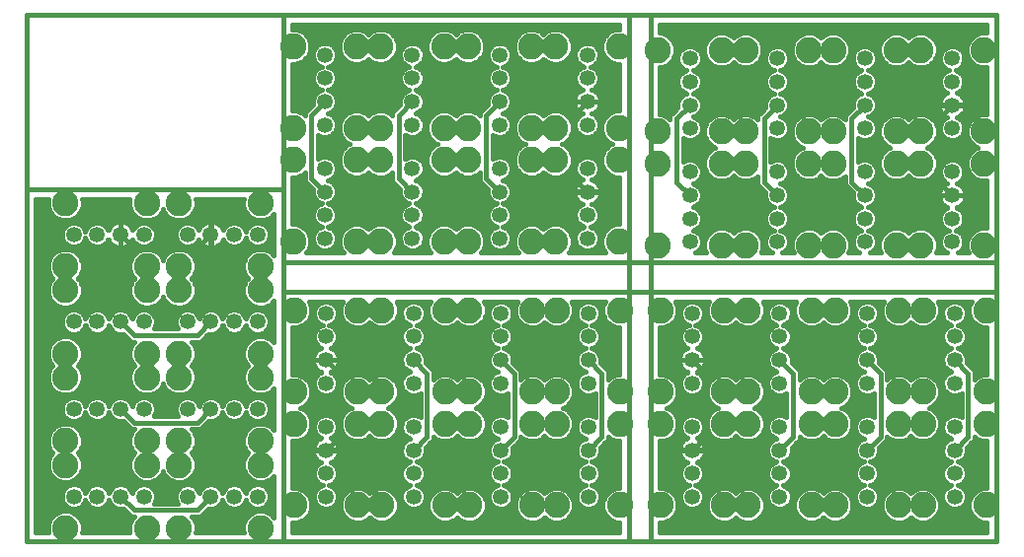
<source format=gtl>
G75*
%MOIN*%
%OFA0B0*%
%FSLAX24Y24*%
%IPPOS*%
%LPD*%
%AMOC8*
5,1,8,0,0,1.08239X$1,22.5*
%
%ADD10C,0.0160*%
%ADD11C,0.0531*%
%ADD12C,0.0886*%
D10*
X003393Y003471D02*
X003393Y015361D01*
X003393Y021267D01*
X012054Y021267D01*
X012054Y015361D01*
X012054Y012920D01*
X036109Y012920D01*
X036109Y021267D01*
X024456Y021267D01*
X024456Y003471D01*
X036109Y003471D01*
X036109Y011897D01*
X012054Y011897D01*
X012054Y012920D01*
X011739Y013146D02*
X011617Y013269D01*
X011402Y013358D01*
X011170Y013358D01*
X010956Y013269D01*
X010792Y013105D01*
X010704Y012891D01*
X010704Y012659D01*
X010792Y012444D01*
X010868Y012369D01*
X010792Y012294D01*
X010704Y012080D01*
X010704Y011848D01*
X010792Y011633D01*
X010956Y011469D01*
X011170Y011381D01*
X011402Y011381D01*
X011617Y011469D01*
X011739Y011592D01*
X011739Y010193D01*
X011617Y010316D01*
X011402Y010405D01*
X011170Y010405D01*
X010956Y010316D01*
X010792Y010152D01*
X010704Y009938D01*
X010704Y009706D01*
X010792Y009492D01*
X010868Y009416D01*
X010792Y009341D01*
X010704Y009127D01*
X010704Y008895D01*
X010792Y008681D01*
X010956Y008517D01*
X011170Y008428D01*
X011402Y008428D01*
X011617Y008517D01*
X011739Y008639D01*
X011739Y007241D01*
X011617Y007363D01*
X011402Y007452D01*
X011170Y007452D01*
X010956Y007363D01*
X010792Y007199D01*
X010704Y006985D01*
X010704Y006753D01*
X010792Y006539D01*
X010868Y006464D01*
X010792Y006388D01*
X010704Y006174D01*
X010704Y005942D01*
X010792Y005728D01*
X010956Y005564D01*
X011170Y005475D01*
X011402Y005475D01*
X011617Y005564D01*
X011739Y005686D01*
X011739Y004288D01*
X011617Y004411D01*
X011402Y004499D01*
X011170Y004499D01*
X010956Y004411D01*
X010792Y004247D01*
X010704Y004032D01*
X010704Y003800D01*
X010711Y003781D01*
X009106Y003781D01*
X009113Y003800D01*
X009113Y004032D01*
X009025Y004247D01*
X008957Y004314D01*
X009244Y004314D01*
X009515Y004586D01*
X009525Y004581D01*
X009686Y004581D01*
X009835Y004643D01*
X009949Y004757D01*
X009999Y004877D01*
X010049Y004757D01*
X010163Y004643D01*
X010312Y004581D01*
X010473Y004581D01*
X010623Y004643D01*
X010737Y004757D01*
X010786Y004877D01*
X010836Y004757D01*
X010950Y004643D01*
X011099Y004581D01*
X011261Y004581D01*
X011410Y004643D01*
X011524Y004757D01*
X011586Y004906D01*
X011586Y005068D01*
X011524Y005217D01*
X011410Y005331D01*
X011261Y005393D01*
X011099Y005393D01*
X010950Y005331D01*
X010836Y005217D01*
X010786Y005097D01*
X010737Y005217D01*
X010623Y005331D01*
X010473Y005393D01*
X010312Y005393D01*
X010163Y005331D01*
X010049Y005217D01*
X009999Y005097D01*
X009949Y005217D01*
X009835Y005331D01*
X009686Y005393D01*
X009525Y005393D01*
X009375Y005331D01*
X009261Y005217D01*
X009212Y005097D01*
X009162Y005217D01*
X009048Y005331D01*
X008899Y005393D01*
X008737Y005393D01*
X008588Y005331D01*
X008474Y005217D01*
X008412Y005068D01*
X008412Y004906D01*
X008474Y004757D01*
X008477Y004754D01*
X007683Y004754D01*
X007686Y004757D01*
X007747Y004906D01*
X007747Y005068D01*
X007686Y005217D01*
X007571Y005331D01*
X007422Y005393D01*
X007261Y005393D01*
X007112Y005331D01*
X006998Y005217D01*
X006948Y005097D01*
X006898Y005217D01*
X006784Y005331D01*
X006635Y005393D01*
X006473Y005393D01*
X006324Y005331D01*
X006210Y005217D01*
X006160Y005097D01*
X006111Y005217D01*
X005997Y005331D01*
X005847Y005393D01*
X005686Y005393D01*
X005537Y005331D01*
X005423Y005217D01*
X005373Y005097D01*
X005323Y005217D01*
X005209Y005331D01*
X005060Y005393D01*
X004899Y005393D01*
X004749Y005331D01*
X004635Y005217D01*
X004574Y005068D01*
X004574Y004906D01*
X004635Y004757D01*
X004749Y004643D01*
X004899Y004581D01*
X005060Y004581D01*
X005209Y004643D01*
X005323Y004757D01*
X005373Y004877D01*
X005423Y004757D01*
X005537Y004643D01*
X005686Y004581D01*
X005847Y004581D01*
X005997Y004643D01*
X006111Y004757D01*
X006160Y004877D01*
X006210Y004757D01*
X006324Y004643D01*
X006473Y004581D01*
X006635Y004581D01*
X006645Y004586D01*
X006787Y004443D01*
X006916Y004314D01*
X007022Y004314D01*
X006954Y004247D01*
X006865Y004032D01*
X006865Y003800D01*
X006873Y003781D01*
X005267Y003781D01*
X005275Y003800D01*
X005275Y004032D01*
X005186Y004247D01*
X005022Y004411D01*
X004808Y004499D01*
X004576Y004499D01*
X004362Y004411D01*
X004198Y004247D01*
X004109Y004032D01*
X004109Y003800D01*
X004117Y003781D01*
X003703Y003781D01*
X003703Y015051D01*
X004117Y015051D01*
X004109Y015032D01*
X004109Y014800D01*
X004198Y014586D01*
X004362Y014422D01*
X004576Y014333D01*
X004808Y014333D01*
X005022Y014422D01*
X005186Y014586D01*
X005275Y014800D01*
X005275Y015032D01*
X005267Y015051D01*
X006873Y015051D01*
X006865Y015032D01*
X006865Y014800D01*
X006954Y014586D01*
X007118Y014422D01*
X007332Y014333D01*
X007564Y014333D01*
X007778Y014422D01*
X007942Y014586D01*
X007989Y014700D01*
X008036Y014586D01*
X008200Y014422D01*
X008415Y014333D01*
X008646Y014333D01*
X008861Y014422D01*
X009025Y014586D01*
X009113Y014800D01*
X009113Y015032D01*
X009106Y015051D01*
X010711Y015051D01*
X010704Y015032D01*
X010704Y014800D01*
X010792Y014586D01*
X010956Y014422D01*
X011170Y014333D01*
X011402Y014333D01*
X011617Y014422D01*
X011739Y014545D01*
X011739Y013146D01*
X011739Y013298D02*
X011545Y013298D01*
X011410Y013501D02*
X011524Y013616D01*
X011586Y013765D01*
X011586Y013926D01*
X011524Y014075D01*
X011410Y014189D01*
X011261Y014251D01*
X011099Y014251D01*
X010950Y014189D01*
X010836Y014075D01*
X010786Y013955D01*
X010737Y014075D01*
X010623Y014189D01*
X010473Y014251D01*
X010312Y014251D01*
X010163Y014189D01*
X010049Y014075D01*
X010021Y014008D01*
X010018Y014017D01*
X009987Y014079D01*
X009945Y014136D01*
X009896Y014185D01*
X009839Y014227D01*
X009776Y014259D01*
X009710Y014280D01*
X009640Y014291D01*
X009614Y014291D01*
X009614Y013854D01*
X009597Y013854D01*
X009597Y014291D01*
X009570Y014291D01*
X009501Y014280D01*
X009434Y014259D01*
X009372Y014227D01*
X009315Y014185D01*
X009265Y014136D01*
X009224Y014079D01*
X009192Y014017D01*
X009190Y014008D01*
X009162Y014075D01*
X009048Y014189D01*
X008899Y014251D01*
X008737Y014251D01*
X008588Y014189D01*
X008474Y014075D01*
X008412Y013926D01*
X008412Y013765D01*
X008474Y013616D01*
X008588Y013501D01*
X008737Y013440D01*
X008899Y013440D01*
X009048Y013501D01*
X009162Y013616D01*
X009190Y013682D01*
X009192Y013674D01*
X009224Y013612D01*
X009265Y013555D01*
X009315Y013505D01*
X009372Y013464D01*
X009434Y013432D01*
X009501Y013411D01*
X009570Y013400D01*
X009597Y013400D01*
X009597Y013837D01*
X009614Y013837D01*
X009614Y013400D01*
X009640Y013400D01*
X009710Y013411D01*
X009776Y013432D01*
X009839Y013464D01*
X009896Y013505D01*
X009945Y013555D01*
X009987Y013612D01*
X010018Y013674D01*
X010021Y013682D01*
X010049Y013616D01*
X010163Y013501D01*
X010312Y013440D01*
X010473Y013440D01*
X010623Y013501D01*
X010737Y013616D01*
X010786Y013736D01*
X010836Y013616D01*
X010950Y013501D01*
X011099Y013440D01*
X011261Y013440D01*
X011410Y013501D01*
X011302Y013457D02*
X011739Y013457D01*
X011739Y013615D02*
X011524Y013615D01*
X011586Y013774D02*
X011739Y013774D01*
X011739Y013932D02*
X011583Y013932D01*
X011508Y014091D02*
X011739Y014091D01*
X011739Y014249D02*
X011265Y014249D01*
X011095Y014249D02*
X010478Y014249D01*
X010308Y014249D02*
X009794Y014249D01*
X009614Y014249D02*
X009597Y014249D01*
X009597Y014091D02*
X009614Y014091D01*
X009597Y013932D02*
X009614Y013932D01*
X009605Y013845D02*
X009153Y013393D01*
X007007Y013393D01*
X006554Y013845D01*
X006546Y013837D02*
X006563Y013837D01*
X006563Y013400D01*
X006589Y013400D01*
X006659Y013411D01*
X006725Y013432D01*
X006788Y013464D01*
X006845Y013505D01*
X006894Y013555D01*
X006935Y013612D01*
X006967Y013674D01*
X006970Y013682D01*
X006998Y013616D01*
X007112Y013501D01*
X007261Y013440D01*
X007422Y013440D01*
X007571Y013501D01*
X007686Y013616D01*
X007747Y013765D01*
X007747Y013926D01*
X007686Y014075D01*
X007571Y014189D01*
X007422Y014251D01*
X007261Y014251D01*
X007112Y014189D01*
X006998Y014075D01*
X006970Y014008D01*
X006967Y014017D01*
X006935Y014079D01*
X006894Y014136D01*
X006845Y014185D01*
X006788Y014227D01*
X006725Y014259D01*
X006659Y014280D01*
X006589Y014291D01*
X006563Y014291D01*
X006563Y013854D01*
X006546Y013854D01*
X006546Y014291D01*
X006519Y014291D01*
X006450Y014280D01*
X006383Y014259D01*
X006321Y014227D01*
X006264Y014185D01*
X006214Y014136D01*
X006173Y014079D01*
X006141Y014017D01*
X006138Y014008D01*
X006111Y014075D01*
X005997Y014189D01*
X005847Y014251D01*
X005686Y014251D01*
X005537Y014189D01*
X005423Y014075D01*
X005373Y013955D01*
X005323Y014075D01*
X005209Y014189D01*
X005060Y014251D01*
X004899Y014251D01*
X004749Y014189D01*
X004635Y014075D01*
X004574Y013926D01*
X004574Y013765D01*
X004635Y013616D01*
X004749Y013501D01*
X004899Y013440D01*
X005060Y013440D01*
X005209Y013501D01*
X005323Y013616D01*
X005373Y013736D01*
X005423Y013616D01*
X005537Y013501D01*
X005686Y013440D01*
X005847Y013440D01*
X005997Y013501D01*
X006111Y013616D01*
X006138Y013682D01*
X006141Y013674D01*
X006173Y013612D01*
X006214Y013555D01*
X006264Y013505D01*
X006321Y013464D01*
X006383Y013432D01*
X006450Y013411D01*
X006519Y013400D01*
X006546Y013400D01*
X006546Y013837D01*
X006546Y013774D02*
X006563Y013774D01*
X006546Y013932D02*
X006563Y013932D01*
X006546Y014091D02*
X006563Y014091D01*
X006546Y014249D02*
X006563Y014249D01*
X006743Y014249D02*
X007257Y014249D01*
X007426Y014249D02*
X008733Y014249D01*
X008903Y014249D02*
X009416Y014249D01*
X009233Y014091D02*
X009146Y014091D01*
X008826Y014408D02*
X010990Y014408D01*
X010812Y014566D02*
X009005Y014566D01*
X009082Y014725D02*
X010735Y014725D01*
X010704Y014883D02*
X009113Y014883D01*
X009109Y015042D02*
X010708Y015042D01*
X011582Y014408D02*
X011739Y014408D01*
X012364Y014408D02*
X013052Y014408D01*
X013046Y014422D02*
X013108Y014273D01*
X013222Y014159D01*
X013342Y014109D01*
X013222Y014060D01*
X013108Y013945D01*
X013046Y013796D01*
X013046Y013635D01*
X013108Y013486D01*
X013222Y013372D01*
X013371Y013310D01*
X013532Y013310D01*
X013682Y013372D01*
X013796Y013486D01*
X013858Y013635D01*
X013858Y013796D01*
X013796Y013945D01*
X013682Y014060D01*
X013562Y014109D01*
X013682Y014159D01*
X013796Y014273D01*
X013858Y014422D01*
X013858Y014584D01*
X013796Y014733D01*
X013682Y014847D01*
X013562Y014897D01*
X013682Y014946D01*
X013796Y015061D01*
X013858Y015210D01*
X013858Y015371D01*
X013796Y015520D01*
X013682Y015634D01*
X013562Y015684D01*
X013682Y015734D01*
X013796Y015848D01*
X013858Y015997D01*
X013858Y016158D01*
X013796Y016308D01*
X013682Y016422D01*
X013532Y016484D01*
X013371Y016484D01*
X013222Y016422D01*
X013219Y016419D01*
X013219Y017213D01*
X013222Y017210D01*
X013371Y017148D01*
X013532Y017148D01*
X013682Y017210D01*
X013796Y017324D01*
X013858Y017473D01*
X013858Y017635D01*
X013796Y017784D01*
X013682Y017898D01*
X013562Y017948D01*
X013682Y017998D01*
X013796Y018112D01*
X013858Y018261D01*
X013858Y018422D01*
X013796Y018571D01*
X013682Y018686D01*
X013562Y018735D01*
X013682Y018785D01*
X013796Y018899D01*
X013858Y019048D01*
X013858Y019210D01*
X013796Y019359D01*
X013682Y019473D01*
X013562Y019523D01*
X013682Y019572D01*
X013796Y019686D01*
X013858Y019836D01*
X013858Y019997D01*
X013796Y020146D01*
X013682Y020260D01*
X013532Y020322D01*
X013371Y020322D01*
X013222Y020260D01*
X013108Y020146D01*
X013046Y019997D01*
X013046Y019836D01*
X013108Y019686D01*
X013222Y019572D01*
X013342Y019523D01*
X013222Y019473D01*
X013108Y019359D01*
X013046Y019210D01*
X013046Y019048D01*
X013108Y018899D01*
X013222Y018785D01*
X013342Y018735D01*
X013222Y018686D01*
X013108Y018571D01*
X013046Y018422D01*
X013046Y018261D01*
X013050Y018251D01*
X012908Y018109D01*
X012779Y017980D01*
X012779Y017874D01*
X012711Y017942D01*
X012497Y018031D01*
X012364Y018031D01*
X012364Y019621D01*
X012497Y019621D01*
X012711Y019710D01*
X012875Y019874D01*
X012964Y020088D01*
X012964Y020320D01*
X012875Y020534D01*
X012711Y020698D01*
X012497Y020787D01*
X012364Y020787D01*
X012364Y020957D01*
X023398Y020957D01*
X023398Y020787D01*
X023265Y020787D01*
X023051Y020698D01*
X022887Y020534D01*
X022798Y020320D01*
X022798Y020088D01*
X022887Y019874D01*
X023051Y019710D01*
X023265Y019621D01*
X023398Y019621D01*
X023398Y018031D01*
X023265Y018031D01*
X023051Y017942D01*
X022887Y017778D01*
X022798Y017564D01*
X022798Y017332D01*
X022887Y017118D01*
X023051Y016954D01*
X023165Y016906D01*
X023051Y016859D01*
X022887Y016695D01*
X022798Y016481D01*
X022798Y016249D01*
X022887Y016035D01*
X023051Y015871D01*
X023265Y015782D01*
X023398Y015782D01*
X023398Y014192D01*
X023265Y014192D01*
X023051Y014103D01*
X022887Y013939D01*
X022798Y013725D01*
X022798Y013493D01*
X022887Y013279D01*
X022936Y013230D01*
X021685Y013230D01*
X021733Y013279D01*
X021822Y013493D01*
X021822Y013725D01*
X021733Y013939D01*
X021569Y014103D01*
X021355Y014192D01*
X021123Y014192D01*
X020909Y014103D01*
X020834Y014028D01*
X020758Y014103D01*
X020544Y014192D01*
X020312Y014192D01*
X020098Y014103D01*
X019934Y013939D01*
X019845Y013725D01*
X019845Y013493D01*
X019934Y013279D01*
X019983Y013230D01*
X018732Y013230D01*
X018781Y013279D01*
X018869Y013493D01*
X018869Y013725D01*
X018781Y013939D01*
X018617Y014103D01*
X018402Y014192D01*
X018170Y014192D01*
X017956Y014103D01*
X017881Y014028D01*
X017806Y014103D01*
X017591Y014192D01*
X017359Y014192D01*
X017145Y014103D01*
X016981Y013939D01*
X016892Y013725D01*
X016892Y013493D01*
X016981Y013279D01*
X017030Y013230D01*
X015779Y013230D01*
X015828Y013279D01*
X015917Y013493D01*
X015917Y013725D01*
X015828Y013939D01*
X015664Y014103D01*
X015450Y014192D01*
X015218Y014192D01*
X015003Y014103D01*
X014928Y014028D01*
X014853Y014103D01*
X014639Y014192D01*
X014407Y014192D01*
X014192Y014103D01*
X014028Y013939D01*
X013940Y013725D01*
X013940Y013493D01*
X014028Y013279D01*
X014077Y013230D01*
X012826Y013230D01*
X012875Y013279D01*
X012964Y013493D01*
X012964Y013725D01*
X012875Y013939D01*
X012711Y014103D01*
X012497Y014192D01*
X012364Y014192D01*
X012364Y015300D01*
X012364Y015782D01*
X012497Y015782D01*
X012711Y015871D01*
X012779Y015939D01*
X012779Y015652D01*
X013050Y015381D01*
X013046Y015371D01*
X013046Y015210D01*
X013108Y015061D01*
X013222Y014946D01*
X013342Y014897D01*
X013222Y014847D01*
X013108Y014733D01*
X013046Y014584D01*
X013046Y014422D01*
X013046Y014566D02*
X012364Y014566D01*
X012364Y014725D02*
X013105Y014725D01*
X013310Y014883D02*
X012364Y014883D01*
X012364Y015042D02*
X013126Y015042D01*
X013050Y015200D02*
X012364Y015200D01*
X012364Y015359D02*
X013046Y015359D01*
X012914Y015517D02*
X012364Y015517D01*
X012364Y015676D02*
X012779Y015676D01*
X012779Y015834D02*
X012623Y015834D01*
X012999Y015743D02*
X013452Y015290D01*
X013581Y015676D02*
X015732Y015676D01*
X015732Y015652D02*
X016003Y015381D01*
X015999Y015371D01*
X015999Y015210D01*
X016061Y015061D01*
X016175Y014946D01*
X016295Y014897D01*
X016175Y014847D01*
X016061Y014733D01*
X015999Y014584D01*
X015999Y014422D01*
X016061Y014273D01*
X016175Y014159D01*
X016295Y014109D01*
X016175Y014060D01*
X016061Y013945D01*
X015999Y013796D01*
X015999Y013635D01*
X016061Y013486D01*
X016175Y013372D01*
X016324Y013310D01*
X016485Y013310D01*
X016634Y013372D01*
X016749Y013486D01*
X016810Y013635D01*
X016810Y013796D01*
X016749Y013945D01*
X016634Y014060D01*
X016514Y014109D01*
X016634Y014159D01*
X016749Y014273D01*
X016810Y014422D01*
X016810Y014584D01*
X016749Y014733D01*
X016634Y014847D01*
X016514Y014897D01*
X016634Y014946D01*
X016749Y015061D01*
X016810Y015210D01*
X016810Y015371D01*
X016749Y015520D01*
X016634Y015634D01*
X016514Y015684D01*
X016634Y015734D01*
X016749Y015848D01*
X016810Y015997D01*
X016810Y016158D01*
X016749Y016308D01*
X016634Y016422D01*
X016485Y016484D01*
X016324Y016484D01*
X016175Y016422D01*
X016172Y016419D01*
X016172Y017213D01*
X016175Y017210D01*
X016324Y017148D01*
X016485Y017148D01*
X016634Y017210D01*
X016749Y017324D01*
X016810Y017473D01*
X016810Y017635D01*
X016749Y017784D01*
X016634Y017898D01*
X016514Y017948D01*
X016634Y017998D01*
X016749Y018112D01*
X016810Y018261D01*
X016810Y018422D01*
X016749Y018571D01*
X016634Y018686D01*
X016514Y018735D01*
X016634Y018785D01*
X016749Y018899D01*
X016810Y019048D01*
X016810Y019210D01*
X016749Y019359D01*
X016634Y019473D01*
X016514Y019523D01*
X016634Y019572D01*
X016749Y019686D01*
X016810Y019836D01*
X016810Y019997D01*
X016749Y020146D01*
X016634Y020260D01*
X016485Y020322D01*
X016324Y020322D01*
X016175Y020260D01*
X016061Y020146D01*
X015999Y019997D01*
X015999Y019836D01*
X016061Y019686D01*
X016175Y019572D01*
X016295Y019523D01*
X016175Y019473D01*
X016061Y019359D01*
X015999Y019210D01*
X015999Y019048D01*
X016061Y018899D01*
X016175Y018785D01*
X016295Y018735D01*
X016175Y018686D01*
X016061Y018571D01*
X015999Y018422D01*
X015999Y018261D01*
X016003Y018251D01*
X015861Y018109D01*
X015732Y017980D01*
X015732Y017874D01*
X015664Y017942D01*
X015450Y018031D01*
X015218Y018031D01*
X015003Y017942D01*
X014928Y017867D01*
X014853Y017942D01*
X014639Y018031D01*
X014407Y018031D01*
X014192Y017942D01*
X014028Y017778D01*
X013940Y017564D01*
X013940Y017332D01*
X014028Y017118D01*
X014192Y016954D01*
X014306Y016906D01*
X014192Y016859D01*
X014028Y016695D01*
X013940Y016481D01*
X013940Y016249D01*
X014028Y016035D01*
X014192Y015871D01*
X014407Y015782D01*
X014639Y015782D01*
X014853Y015871D01*
X014928Y015946D01*
X015003Y015871D01*
X015218Y015782D01*
X015450Y015782D01*
X015664Y015871D01*
X015732Y015939D01*
X015732Y015652D01*
X015732Y015834D02*
X015576Y015834D01*
X015952Y015743D02*
X016405Y015290D01*
X016534Y015676D02*
X018685Y015676D01*
X018685Y015652D02*
X018956Y015381D01*
X018952Y015371D01*
X018952Y015210D01*
X019013Y015061D01*
X019127Y014946D01*
X019247Y014897D01*
X019127Y014847D01*
X019013Y014733D01*
X018952Y014584D01*
X018952Y014422D01*
X019013Y014273D01*
X019127Y014159D01*
X019247Y014109D01*
X019127Y014060D01*
X019013Y013945D01*
X018952Y013796D01*
X018952Y013635D01*
X019013Y013486D01*
X019127Y013372D01*
X019277Y013310D01*
X019438Y013310D01*
X019587Y013372D01*
X019701Y013486D01*
X019763Y013635D01*
X019763Y013796D01*
X019701Y013945D01*
X019587Y014060D01*
X019467Y014109D01*
X019587Y014159D01*
X019701Y014273D01*
X019763Y014422D01*
X019763Y014584D01*
X019701Y014733D01*
X019587Y014847D01*
X019467Y014897D01*
X019587Y014946D01*
X019701Y015061D01*
X019763Y015210D01*
X019763Y015371D01*
X019701Y015520D01*
X019587Y015634D01*
X019467Y015684D01*
X019587Y015734D01*
X019701Y015848D01*
X019763Y015997D01*
X019763Y016158D01*
X019701Y016308D01*
X019587Y016422D01*
X019438Y016484D01*
X019277Y016484D01*
X019127Y016422D01*
X019125Y016419D01*
X019125Y017213D01*
X019127Y017210D01*
X019277Y017148D01*
X019438Y017148D01*
X019587Y017210D01*
X019701Y017324D01*
X019763Y017473D01*
X019763Y017635D01*
X019701Y017784D01*
X019587Y017898D01*
X019467Y017948D01*
X019587Y017998D01*
X019701Y018112D01*
X019763Y018261D01*
X019763Y018422D01*
X019701Y018571D01*
X019587Y018686D01*
X019467Y018735D01*
X019587Y018785D01*
X019701Y018899D01*
X019763Y019048D01*
X019763Y019210D01*
X019701Y019359D01*
X019587Y019473D01*
X019467Y019523D01*
X019587Y019572D01*
X019701Y019686D01*
X019763Y019836D01*
X019763Y019997D01*
X019701Y020146D01*
X019587Y020260D01*
X019438Y020322D01*
X019277Y020322D01*
X019127Y020260D01*
X019013Y020146D01*
X018952Y019997D01*
X018952Y019836D01*
X019013Y019686D01*
X019127Y019572D01*
X019247Y019523D01*
X019127Y019473D01*
X019013Y019359D01*
X018952Y019210D01*
X018952Y019048D01*
X019013Y018899D01*
X019127Y018785D01*
X019247Y018735D01*
X019127Y018686D01*
X019013Y018571D01*
X018952Y018422D01*
X018952Y018261D01*
X018956Y018251D01*
X018813Y018109D01*
X018685Y017980D01*
X018685Y017874D01*
X018617Y017942D01*
X018402Y018031D01*
X018170Y018031D01*
X017956Y017942D01*
X017881Y017867D01*
X017806Y017942D01*
X017591Y018031D01*
X017359Y018031D01*
X017145Y017942D01*
X016981Y017778D01*
X016892Y017564D01*
X016892Y017332D01*
X016981Y017118D01*
X017145Y016954D01*
X017259Y016906D01*
X017145Y016859D01*
X016981Y016695D01*
X016892Y016481D01*
X016892Y016249D01*
X016981Y016035D01*
X017145Y015871D01*
X017359Y015782D01*
X017591Y015782D01*
X017806Y015871D01*
X017881Y015946D01*
X017956Y015871D01*
X018170Y015782D01*
X018402Y015782D01*
X018617Y015871D01*
X018685Y015939D01*
X018685Y015652D01*
X018685Y015834D02*
X018528Y015834D01*
X018905Y015743D02*
X019357Y015290D01*
X019487Y015676D02*
X022085Y015676D01*
X022076Y015672D02*
X022020Y015630D01*
X021970Y015581D01*
X021929Y015524D01*
X021897Y015461D01*
X021875Y015395D01*
X021864Y015325D01*
X021864Y015299D01*
X022301Y015299D01*
X022301Y015282D01*
X021864Y015282D01*
X021864Y015255D01*
X021875Y015186D01*
X021897Y015119D01*
X021929Y015057D01*
X021970Y015000D01*
X022020Y014950D01*
X022076Y014909D01*
X022139Y014877D01*
X022147Y014875D01*
X022080Y014847D01*
X021966Y014733D01*
X021904Y014584D01*
X021904Y014422D01*
X021966Y014273D01*
X022080Y014159D01*
X022200Y014109D01*
X022080Y014060D01*
X021966Y013945D01*
X021904Y013796D01*
X021904Y013635D01*
X021966Y013486D01*
X022080Y013372D01*
X022229Y013310D01*
X022391Y013310D01*
X022540Y013372D01*
X022654Y013486D01*
X022716Y013635D01*
X022716Y013796D01*
X022654Y013945D01*
X022540Y014060D01*
X022420Y014109D01*
X022540Y014159D01*
X022654Y014273D01*
X022716Y014422D01*
X022716Y014584D01*
X022654Y014733D01*
X022540Y014847D01*
X022473Y014875D01*
X022481Y014877D01*
X022544Y014909D01*
X022600Y014950D01*
X022650Y015000D01*
X022691Y015057D01*
X022723Y015119D01*
X022745Y015186D01*
X022756Y015255D01*
X022756Y015282D01*
X022319Y015282D01*
X022319Y015299D01*
X022756Y015299D01*
X022756Y015325D01*
X022745Y015395D01*
X022723Y015461D01*
X022691Y015524D01*
X022650Y015581D01*
X022600Y015630D01*
X022544Y015672D01*
X022481Y015703D01*
X022473Y015706D01*
X022540Y015734D01*
X022654Y015848D01*
X022716Y015997D01*
X022716Y016158D01*
X022654Y016308D01*
X022540Y016422D01*
X022391Y016484D01*
X022229Y016484D01*
X022080Y016422D01*
X021966Y016308D01*
X021904Y016158D01*
X021904Y015997D01*
X021966Y015848D01*
X022080Y015734D01*
X022147Y015706D01*
X022139Y015703D01*
X022076Y015672D01*
X021980Y015834D02*
X021481Y015834D01*
X021569Y015871D02*
X021733Y016035D01*
X021822Y016249D01*
X021822Y016481D01*
X021733Y016695D01*
X021569Y016859D01*
X021455Y016906D01*
X021569Y016954D01*
X021733Y017118D01*
X021822Y017332D01*
X021822Y017564D01*
X021733Y017778D01*
X021569Y017942D01*
X021355Y018031D01*
X021123Y018031D01*
X020909Y017942D01*
X020834Y017867D01*
X020758Y017942D01*
X020544Y018031D01*
X020312Y018031D01*
X020098Y017942D01*
X019934Y017778D01*
X019845Y017564D01*
X019845Y017332D01*
X019934Y017118D01*
X020098Y016954D01*
X020212Y016906D01*
X020098Y016859D01*
X019934Y016695D01*
X019845Y016481D01*
X019845Y016249D01*
X019934Y016035D01*
X020098Y015871D01*
X020312Y015782D01*
X020544Y015782D01*
X020758Y015871D01*
X020834Y015946D01*
X020909Y015871D01*
X021123Y015782D01*
X021355Y015782D01*
X021569Y015871D01*
X021691Y015993D02*
X021906Y015993D01*
X021904Y016151D02*
X021782Y016151D01*
X021822Y016310D02*
X021968Y016310D01*
X021822Y016468D02*
X022193Y016468D01*
X022427Y016468D02*
X022798Y016468D01*
X022798Y016310D02*
X022652Y016310D01*
X022716Y016151D02*
X022838Y016151D01*
X022929Y015993D02*
X022714Y015993D01*
X022641Y015834D02*
X023139Y015834D01*
X023398Y015676D02*
X022535Y015676D01*
X022695Y015517D02*
X023398Y015517D01*
X023398Y015359D02*
X022750Y015359D01*
X022747Y015200D02*
X023398Y015200D01*
X023398Y015042D02*
X022681Y015042D01*
X022493Y014883D02*
X023398Y014883D01*
X023398Y014725D02*
X022657Y014725D01*
X022716Y014566D02*
X023398Y014566D01*
X023398Y014408D02*
X022710Y014408D01*
X022630Y014249D02*
X023398Y014249D01*
X023038Y014091D02*
X022464Y014091D01*
X022659Y013932D02*
X022884Y013932D01*
X022818Y013774D02*
X022716Y013774D01*
X022708Y013615D02*
X022798Y013615D01*
X022813Y013457D02*
X022625Y013457D01*
X022879Y013298D02*
X021741Y013298D01*
X021807Y013457D02*
X021995Y013457D01*
X021912Y013615D02*
X021822Y013615D01*
X021802Y013774D02*
X021904Y013774D01*
X021961Y013932D02*
X021736Y013932D01*
X021582Y014091D02*
X022156Y014091D01*
X021990Y014249D02*
X019678Y014249D01*
X019757Y014408D02*
X021910Y014408D01*
X021904Y014566D02*
X019763Y014566D01*
X019704Y014725D02*
X021963Y014725D01*
X022127Y014883D02*
X019499Y014883D01*
X019683Y015042D02*
X021940Y015042D01*
X021873Y015200D02*
X019759Y015200D01*
X019763Y015359D02*
X021870Y015359D01*
X021925Y015517D02*
X019702Y015517D01*
X019688Y015834D02*
X020186Y015834D01*
X019976Y015993D02*
X019761Y015993D01*
X019763Y016151D02*
X019886Y016151D01*
X019845Y016310D02*
X019699Y016310D01*
X019845Y016468D02*
X019474Y016468D01*
X019240Y016468D02*
X019125Y016468D01*
X019125Y016627D02*
X019906Y016627D01*
X020024Y016785D02*
X019125Y016785D01*
X019125Y016944D02*
X020121Y016944D01*
X019949Y017102D02*
X019125Y017102D01*
X019638Y017261D02*
X019875Y017261D01*
X019845Y017419D02*
X019741Y017419D01*
X019763Y017578D02*
X019851Y017578D01*
X019917Y017736D02*
X019721Y017736D01*
X019590Y017895D02*
X020051Y017895D01*
X019643Y018053D02*
X021968Y018053D01*
X021970Y018051D02*
X022020Y018002D01*
X022076Y017960D01*
X022139Y017928D01*
X022147Y017926D01*
X022080Y017898D01*
X021966Y017784D01*
X021904Y017635D01*
X021904Y017473D01*
X021966Y017324D01*
X022080Y017210D01*
X022229Y017148D01*
X022391Y017148D01*
X022540Y017210D01*
X022654Y017324D01*
X022716Y017473D01*
X022716Y017635D01*
X022654Y017784D01*
X022540Y017898D01*
X022473Y017926D01*
X022481Y017928D01*
X022544Y017960D01*
X022600Y018002D01*
X022650Y018051D01*
X022691Y018108D01*
X022723Y018170D01*
X022745Y018237D01*
X022756Y018306D01*
X022756Y018333D01*
X022319Y018333D01*
X022319Y018350D01*
X022756Y018350D01*
X022756Y018377D01*
X022745Y018446D01*
X022723Y018513D01*
X022691Y018575D01*
X022650Y018632D01*
X022600Y018682D01*
X022544Y018723D01*
X022481Y018755D01*
X022473Y018757D01*
X022540Y018785D01*
X022654Y018899D01*
X022716Y019048D01*
X022716Y019210D01*
X022654Y019359D01*
X022540Y019473D01*
X022420Y019523D01*
X022540Y019572D01*
X022654Y019686D01*
X022716Y019836D01*
X022716Y019997D01*
X022654Y020146D01*
X022540Y020260D01*
X022391Y020322D01*
X022229Y020322D01*
X022080Y020260D01*
X021966Y020146D01*
X021904Y019997D01*
X021904Y019836D01*
X021966Y019686D01*
X022080Y019572D01*
X022200Y019523D01*
X022080Y019473D01*
X021966Y019359D01*
X021904Y019210D01*
X021904Y019048D01*
X021966Y018899D01*
X022080Y018785D01*
X022147Y018757D01*
X022139Y018755D01*
X022076Y018723D01*
X022020Y018682D01*
X021970Y018632D01*
X021929Y018575D01*
X021897Y018513D01*
X021875Y018446D01*
X021864Y018377D01*
X021864Y018350D01*
X022301Y018350D01*
X022301Y018333D01*
X021864Y018333D01*
X021864Y018306D01*
X021875Y018237D01*
X021897Y018170D01*
X021929Y018108D01*
X021970Y018051D01*
X021883Y018212D02*
X019743Y018212D01*
X019763Y018370D02*
X021864Y018370D01*
X021905Y018529D02*
X019719Y018529D01*
X019582Y018687D02*
X022028Y018687D01*
X022019Y018846D02*
X019648Y018846D01*
X019745Y019004D02*
X021922Y019004D01*
X021904Y019163D02*
X019763Y019163D01*
X019717Y019321D02*
X021951Y019321D01*
X022097Y019480D02*
X019570Y019480D01*
X019653Y019638D02*
X020270Y019638D01*
X020312Y019621D02*
X020544Y019621D01*
X020758Y019710D01*
X020834Y019785D01*
X020909Y019710D01*
X021123Y019621D01*
X021355Y019621D01*
X021569Y019710D01*
X021733Y019874D01*
X021822Y020088D01*
X021822Y020320D01*
X021733Y020534D01*
X021569Y020698D01*
X021355Y020787D01*
X021123Y020787D01*
X020909Y020698D01*
X020834Y020623D01*
X020758Y020698D01*
X020544Y020787D01*
X020312Y020787D01*
X020098Y020698D01*
X019934Y020534D01*
X019845Y020320D01*
X019845Y020088D01*
X019934Y019874D01*
X020098Y019710D01*
X020312Y019621D01*
X020587Y019638D02*
X021081Y019638D01*
X021398Y019638D02*
X022014Y019638D01*
X021920Y019797D02*
X021657Y019797D01*
X021767Y019955D02*
X021904Y019955D01*
X021953Y020114D02*
X021822Y020114D01*
X021822Y020272D02*
X022110Y020272D01*
X021776Y020431D02*
X022844Y020431D01*
X022798Y020272D02*
X022510Y020272D01*
X022667Y020114D02*
X022798Y020114D01*
X022853Y019955D02*
X022716Y019955D01*
X022700Y019797D02*
X022963Y019797D01*
X023222Y019638D02*
X022606Y019638D01*
X022523Y019480D02*
X023398Y019480D01*
X023398Y019321D02*
X022669Y019321D01*
X022716Y019163D02*
X023398Y019163D01*
X023398Y019004D02*
X022698Y019004D01*
X022601Y018846D02*
X023398Y018846D01*
X023398Y018687D02*
X022592Y018687D01*
X022715Y018529D02*
X023398Y018529D01*
X023398Y018370D02*
X022756Y018370D01*
X022737Y018212D02*
X023398Y018212D01*
X023398Y018053D02*
X022652Y018053D01*
X022543Y017895D02*
X023004Y017895D01*
X022870Y017736D02*
X022674Y017736D01*
X022716Y017578D02*
X022804Y017578D01*
X022798Y017419D02*
X022693Y017419D01*
X022591Y017261D02*
X022827Y017261D01*
X022902Y017102D02*
X021718Y017102D01*
X021793Y017261D02*
X022029Y017261D01*
X021927Y017419D02*
X021822Y017419D01*
X021816Y017578D02*
X021904Y017578D01*
X021946Y017736D02*
X021751Y017736D01*
X021857Y017889D02*
X021857Y015743D01*
X022310Y015290D01*
X020997Y015834D02*
X020670Y015834D01*
X021762Y016627D02*
X022858Y016627D01*
X022977Y016785D02*
X021643Y016785D01*
X021546Y016944D02*
X023074Y016944D01*
X022077Y017895D02*
X021616Y017895D01*
X021857Y017889D02*
X022310Y018342D01*
X020862Y017895D02*
X020805Y017895D01*
X019357Y018342D02*
X018905Y017889D01*
X018905Y015743D01*
X018819Y015517D02*
X016750Y015517D01*
X016810Y015359D02*
X018952Y015359D01*
X018955Y015200D02*
X016806Y015200D01*
X016730Y015042D02*
X019032Y015042D01*
X019216Y014883D02*
X016546Y014883D01*
X016752Y014725D02*
X019010Y014725D01*
X018952Y014566D02*
X016810Y014566D01*
X016804Y014408D02*
X018957Y014408D01*
X019037Y014249D02*
X016725Y014249D01*
X016558Y014091D02*
X017133Y014091D01*
X016978Y013932D02*
X016754Y013932D01*
X016810Y013774D02*
X016913Y013774D01*
X016892Y013615D02*
X016802Y013615D01*
X016720Y013457D02*
X016908Y013457D01*
X016973Y013298D02*
X015836Y013298D01*
X015902Y013457D02*
X016089Y013457D01*
X016007Y013615D02*
X015917Y013615D01*
X015896Y013774D02*
X015999Y013774D01*
X016055Y013932D02*
X015831Y013932D01*
X015676Y014091D02*
X016251Y014091D01*
X016084Y014249D02*
X013772Y014249D01*
X013852Y014408D02*
X016005Y014408D01*
X015999Y014566D02*
X013858Y014566D01*
X013799Y014725D02*
X016057Y014725D01*
X016263Y014883D02*
X013593Y014883D01*
X013777Y015042D02*
X016079Y015042D01*
X016003Y015200D02*
X013854Y015200D01*
X013858Y015359D02*
X015999Y015359D01*
X015866Y015517D02*
X013797Y015517D01*
X013782Y015834D02*
X014281Y015834D01*
X014070Y015993D02*
X013856Y015993D01*
X013858Y016151D02*
X013980Y016151D01*
X013940Y016310D02*
X013793Y016310D01*
X013940Y016468D02*
X013569Y016468D01*
X013335Y016468D02*
X013219Y016468D01*
X013219Y016627D02*
X014000Y016627D01*
X014119Y016785D02*
X013219Y016785D01*
X013219Y016944D02*
X014216Y016944D01*
X014044Y017102D02*
X013219Y017102D01*
X013732Y017261D02*
X013969Y017261D01*
X013940Y017419D02*
X013835Y017419D01*
X013858Y017578D02*
X013946Y017578D01*
X014011Y017736D02*
X013815Y017736D01*
X013685Y017895D02*
X014145Y017895D01*
X013738Y018053D02*
X015805Y018053D01*
X015732Y017895D02*
X015711Y017895D01*
X015952Y017889D02*
X015952Y015743D01*
X016735Y015834D02*
X017233Y015834D01*
X017023Y015993D02*
X016809Y015993D01*
X016810Y016151D02*
X016933Y016151D01*
X016892Y016310D02*
X016746Y016310D01*
X016892Y016468D02*
X016522Y016468D01*
X016288Y016468D02*
X016172Y016468D01*
X016172Y016627D02*
X016953Y016627D01*
X017071Y016785D02*
X016172Y016785D01*
X016172Y016944D02*
X017169Y016944D01*
X016996Y017102D02*
X016172Y017102D01*
X016685Y017261D02*
X016922Y017261D01*
X016892Y017419D02*
X016788Y017419D01*
X016810Y017578D02*
X016898Y017578D01*
X016964Y017736D02*
X016768Y017736D01*
X016637Y017895D02*
X017098Y017895D01*
X016690Y018053D02*
X018758Y018053D01*
X018685Y017895D02*
X018664Y017895D01*
X018917Y018212D02*
X016790Y018212D01*
X016810Y018370D02*
X018952Y018370D01*
X018996Y018529D02*
X016766Y018529D01*
X016630Y018687D02*
X019132Y018687D01*
X019066Y018846D02*
X016695Y018846D01*
X016792Y019004D02*
X018970Y019004D01*
X018952Y019163D02*
X016810Y019163D01*
X016764Y019321D02*
X018998Y019321D01*
X019145Y019480D02*
X016617Y019480D01*
X016700Y019638D02*
X017317Y019638D01*
X017359Y019621D02*
X017591Y019621D01*
X017806Y019710D01*
X017881Y019785D01*
X017956Y019710D01*
X018170Y019621D01*
X018402Y019621D01*
X018617Y019710D01*
X018781Y019874D01*
X018869Y020088D01*
X018869Y020320D01*
X018781Y020534D01*
X018617Y020698D01*
X018402Y020787D01*
X018170Y020787D01*
X017956Y020698D01*
X017881Y020623D01*
X017806Y020698D01*
X017591Y020787D01*
X017359Y020787D01*
X017145Y020698D01*
X016981Y020534D01*
X016892Y020320D01*
X016892Y020088D01*
X016981Y019874D01*
X017145Y019710D01*
X017359Y019621D01*
X017634Y019638D02*
X018128Y019638D01*
X018445Y019638D02*
X019061Y019638D01*
X018968Y019797D02*
X018704Y019797D01*
X018815Y019955D02*
X018952Y019955D01*
X019000Y020114D02*
X018869Y020114D01*
X018869Y020272D02*
X019157Y020272D01*
X018823Y020431D02*
X019891Y020431D01*
X019845Y020272D02*
X019558Y020272D01*
X019715Y020114D02*
X019845Y020114D01*
X019900Y019955D02*
X019763Y019955D01*
X019747Y019797D02*
X020011Y019797D01*
X019990Y020589D02*
X018725Y020589D01*
X018496Y020748D02*
X020219Y020748D01*
X020637Y020748D02*
X021030Y020748D01*
X021448Y020748D02*
X023172Y020748D01*
X023398Y020906D02*
X012364Y020906D01*
X012590Y020748D02*
X014313Y020748D01*
X014407Y020787D02*
X014192Y020698D01*
X014028Y020534D01*
X013940Y020320D01*
X013940Y020088D01*
X014028Y019874D01*
X014192Y019710D01*
X014407Y019621D01*
X014639Y019621D01*
X014853Y019710D01*
X014928Y019785D01*
X015003Y019710D01*
X015218Y019621D01*
X015450Y019621D01*
X015664Y019710D01*
X015828Y019874D01*
X015917Y020088D01*
X015917Y020320D01*
X015828Y020534D01*
X015664Y020698D01*
X015450Y020787D01*
X015218Y020787D01*
X015003Y020698D01*
X014928Y020623D01*
X014853Y020698D01*
X014639Y020787D01*
X014407Y020787D01*
X014732Y020748D02*
X015124Y020748D01*
X015543Y020748D02*
X017266Y020748D01*
X017037Y020589D02*
X015772Y020589D01*
X015870Y020431D02*
X016939Y020431D01*
X016892Y020272D02*
X016605Y020272D01*
X016762Y020114D02*
X016892Y020114D01*
X016947Y019955D02*
X016810Y019955D01*
X016794Y019797D02*
X017058Y019797D01*
X016192Y019480D02*
X013665Y019480D01*
X013748Y019638D02*
X014364Y019638D01*
X014105Y019797D02*
X013842Y019797D01*
X013858Y019955D02*
X013995Y019955D01*
X013940Y020114D02*
X013809Y020114D01*
X013940Y020272D02*
X013652Y020272D01*
X013986Y020431D02*
X012918Y020431D01*
X012964Y020272D02*
X013251Y020272D01*
X013094Y020114D02*
X012964Y020114D01*
X012909Y019955D02*
X013046Y019955D01*
X013062Y019797D02*
X012799Y019797D01*
X012539Y019638D02*
X013156Y019638D01*
X013239Y019480D02*
X012364Y019480D01*
X012364Y019321D02*
X013092Y019321D01*
X013046Y019163D02*
X012364Y019163D01*
X012364Y019004D02*
X013064Y019004D01*
X013161Y018846D02*
X012364Y018846D01*
X012364Y018687D02*
X013227Y018687D01*
X013090Y018529D02*
X012364Y018529D01*
X012364Y018370D02*
X013046Y018370D01*
X013011Y018212D02*
X012364Y018212D01*
X012364Y018053D02*
X012853Y018053D01*
X012779Y017895D02*
X012758Y017895D01*
X012999Y017889D02*
X012999Y015743D01*
X012054Y015361D02*
X003393Y015361D01*
X003703Y015042D02*
X004113Y015042D01*
X004109Y014883D02*
X003703Y014883D01*
X003703Y014725D02*
X004140Y014725D01*
X004217Y014566D02*
X003703Y014566D01*
X003703Y014408D02*
X004396Y014408D01*
X004651Y014091D02*
X003703Y014091D01*
X003703Y014249D02*
X004894Y014249D01*
X005064Y014249D02*
X005682Y014249D01*
X005852Y014249D02*
X006365Y014249D01*
X006182Y014091D02*
X006095Y014091D01*
X006111Y013615D02*
X006171Y013615D01*
X006335Y013457D02*
X005889Y013457D01*
X005644Y013457D02*
X005102Y013457D01*
X005022Y013269D02*
X004808Y013358D01*
X004576Y013358D01*
X004362Y013269D01*
X004198Y013105D01*
X004109Y012891D01*
X004109Y012659D01*
X004198Y012444D01*
X004273Y012369D01*
X004198Y012294D01*
X004109Y012080D01*
X004109Y011848D01*
X004198Y011633D01*
X004362Y011469D01*
X004576Y011381D01*
X004808Y011381D01*
X005022Y011469D01*
X005186Y011633D01*
X005275Y011848D01*
X005275Y012080D01*
X005186Y012294D01*
X005111Y012369D01*
X005186Y012444D01*
X005275Y012659D01*
X005275Y012891D01*
X005186Y013105D01*
X005022Y013269D01*
X004950Y013298D02*
X007189Y013298D01*
X007118Y013269D02*
X006954Y013105D01*
X006865Y012891D01*
X006865Y012659D01*
X006954Y012444D01*
X007029Y012369D01*
X006954Y012294D01*
X006865Y012080D01*
X006865Y011848D01*
X006954Y011633D01*
X007118Y011469D01*
X007332Y011381D01*
X007564Y011381D01*
X007778Y011469D01*
X007942Y011633D01*
X007989Y011747D01*
X008036Y011633D01*
X008200Y011469D01*
X008415Y011381D01*
X008646Y011381D01*
X008861Y011469D01*
X009025Y011633D01*
X009113Y011848D01*
X009113Y012080D01*
X009025Y012294D01*
X008949Y012369D01*
X009025Y012444D01*
X009113Y012659D01*
X009113Y012891D01*
X009025Y013105D01*
X008861Y013269D01*
X008646Y013358D01*
X008415Y013358D01*
X008200Y013269D01*
X008036Y013105D01*
X007989Y012991D01*
X007942Y013105D01*
X007778Y013269D01*
X007564Y013358D01*
X007332Y013358D01*
X007118Y013269D01*
X006989Y013140D02*
X005151Y013140D01*
X005237Y012981D02*
X006903Y012981D01*
X006865Y012823D02*
X005275Y012823D01*
X005275Y012664D02*
X006865Y012664D01*
X006928Y012506D02*
X005212Y012506D01*
X005132Y012347D02*
X007007Y012347D01*
X006910Y012189D02*
X005230Y012189D01*
X005275Y012030D02*
X006865Y012030D01*
X006865Y011872D02*
X005275Y011872D01*
X005219Y011713D02*
X006920Y011713D01*
X007032Y011555D02*
X005108Y011555D01*
X005060Y011298D02*
X004899Y011298D01*
X004749Y011237D01*
X004635Y011123D01*
X004574Y010973D01*
X004574Y010812D01*
X004635Y010663D01*
X004749Y010549D01*
X004899Y010487D01*
X005060Y010487D01*
X005209Y010549D01*
X005323Y010663D01*
X005373Y010783D01*
X005423Y010663D01*
X005537Y010549D01*
X005686Y010487D01*
X005847Y010487D01*
X005997Y010549D01*
X006111Y010663D01*
X006160Y010783D01*
X006210Y010663D01*
X006324Y010549D01*
X006473Y010487D01*
X006635Y010487D01*
X006645Y010491D01*
X006787Y010349D01*
X006916Y010220D01*
X007022Y010220D01*
X006954Y010152D01*
X006865Y009938D01*
X006865Y009706D01*
X006954Y009492D01*
X007029Y009416D01*
X006954Y009341D01*
X006865Y009127D01*
X006865Y008895D01*
X006954Y008681D01*
X007118Y008517D01*
X007332Y008428D01*
X007564Y008428D01*
X007778Y008517D01*
X007942Y008681D01*
X007989Y008795D01*
X008036Y008681D01*
X008200Y008517D01*
X008415Y008428D01*
X008646Y008428D01*
X008861Y008517D01*
X009025Y008681D01*
X009113Y008895D01*
X009113Y009127D01*
X009025Y009341D01*
X008949Y009416D01*
X009025Y009492D01*
X009113Y009706D01*
X009113Y009938D01*
X009025Y010152D01*
X008957Y010220D01*
X009244Y010220D01*
X009515Y010491D01*
X009525Y010487D01*
X009686Y010487D01*
X009835Y010549D01*
X009949Y010663D01*
X009999Y010783D01*
X010049Y010663D01*
X010163Y010549D01*
X010312Y010487D01*
X010473Y010487D01*
X010623Y010549D01*
X010737Y010663D01*
X010786Y010783D01*
X010836Y010663D01*
X010950Y010549D01*
X011099Y010487D01*
X011261Y010487D01*
X011410Y010549D01*
X011524Y010663D01*
X011586Y010812D01*
X011586Y010973D01*
X011524Y011123D01*
X011410Y011237D01*
X011261Y011298D01*
X011099Y011298D01*
X010950Y011237D01*
X010836Y011123D01*
X010786Y011003D01*
X010737Y011123D01*
X010623Y011237D01*
X010473Y011298D01*
X010312Y011298D01*
X010163Y011237D01*
X010049Y011123D01*
X009999Y011003D01*
X009949Y011123D01*
X009835Y011237D01*
X009686Y011298D01*
X009525Y011298D01*
X009375Y011237D01*
X009261Y011123D01*
X009212Y011003D01*
X009162Y011123D01*
X009048Y011237D01*
X008899Y011298D01*
X008737Y011298D01*
X008588Y011237D01*
X008474Y011123D01*
X008412Y010973D01*
X008412Y010812D01*
X008474Y010663D01*
X008477Y010660D01*
X007683Y010660D01*
X007686Y010663D01*
X007747Y010812D01*
X007747Y010973D01*
X007686Y011123D01*
X007571Y011237D01*
X007422Y011298D01*
X007261Y011298D01*
X007112Y011237D01*
X006998Y011123D01*
X006948Y011003D01*
X006898Y011123D01*
X006784Y011237D01*
X006635Y011298D01*
X006473Y011298D01*
X006324Y011237D01*
X006210Y011123D01*
X006160Y011003D01*
X006111Y011123D01*
X005997Y011237D01*
X005847Y011298D01*
X005686Y011298D01*
X005537Y011237D01*
X005423Y011123D01*
X005373Y011003D01*
X005323Y011123D01*
X005209Y011237D01*
X005060Y011298D01*
X005206Y011238D02*
X005540Y011238D01*
X005405Y011079D02*
X005341Y011079D01*
X005365Y010762D02*
X005382Y010762D01*
X005482Y010604D02*
X005264Y010604D01*
X005022Y010316D02*
X004808Y010405D01*
X004576Y010405D01*
X004362Y010316D01*
X004198Y010152D01*
X004109Y009938D01*
X004109Y009706D01*
X004198Y009492D01*
X004273Y009416D01*
X004198Y009341D01*
X004109Y009127D01*
X004109Y008895D01*
X004198Y008681D01*
X004362Y008517D01*
X004576Y008428D01*
X004808Y008428D01*
X005022Y008517D01*
X005186Y008681D01*
X005275Y008895D01*
X005275Y009127D01*
X005186Y009341D01*
X005111Y009416D01*
X005186Y009492D01*
X005275Y009706D01*
X005275Y009938D01*
X005186Y010152D01*
X005022Y010316D01*
X005051Y010287D02*
X006849Y010287D01*
X006944Y010128D02*
X005196Y010128D01*
X005262Y009970D02*
X006878Y009970D01*
X006865Y009811D02*
X005275Y009811D01*
X005253Y009653D02*
X006887Y009653D01*
X006952Y009494D02*
X005187Y009494D01*
X005188Y009336D02*
X006952Y009336D01*
X006886Y009177D02*
X005254Y009177D01*
X005275Y009019D02*
X006865Y009019D01*
X006879Y008860D02*
X005261Y008860D01*
X005195Y008702D02*
X006945Y008702D01*
X007091Y008543D02*
X005049Y008543D01*
X005060Y008346D02*
X004899Y008346D01*
X004749Y008284D01*
X004635Y008170D01*
X004574Y008021D01*
X004574Y007859D01*
X004635Y007710D01*
X004749Y007596D01*
X004899Y007534D01*
X005060Y007534D01*
X005209Y007596D01*
X005323Y007710D01*
X005373Y007830D01*
X005423Y007710D01*
X005537Y007596D01*
X005686Y007534D01*
X005847Y007534D01*
X005997Y007596D01*
X006111Y007710D01*
X006160Y007830D01*
X006210Y007710D01*
X006324Y007596D01*
X006473Y007534D01*
X006635Y007534D01*
X006645Y007538D01*
X006787Y007396D01*
X006916Y007267D01*
X007022Y007267D01*
X006954Y007199D01*
X006865Y006985D01*
X006865Y006753D01*
X006954Y006539D01*
X007029Y006464D01*
X006954Y006388D01*
X006865Y006174D01*
X006865Y005942D01*
X006954Y005728D01*
X007118Y005564D01*
X007332Y005475D01*
X007564Y005475D01*
X007778Y005564D01*
X007942Y005728D01*
X007989Y005842D01*
X008036Y005728D01*
X008200Y005564D01*
X008415Y005475D01*
X008646Y005475D01*
X008861Y005564D01*
X009025Y005728D01*
X009113Y005942D01*
X009113Y006174D01*
X009025Y006388D01*
X008949Y006464D01*
X009025Y006539D01*
X009113Y006753D01*
X009113Y006985D01*
X009025Y007199D01*
X008957Y007267D01*
X009244Y007267D01*
X009515Y007538D01*
X009525Y007534D01*
X009686Y007534D01*
X009835Y007596D01*
X009949Y007710D01*
X009999Y007830D01*
X010049Y007710D01*
X010163Y007596D01*
X010312Y007534D01*
X010473Y007534D01*
X010623Y007596D01*
X010737Y007710D01*
X010786Y007830D01*
X010836Y007710D01*
X010950Y007596D01*
X011099Y007534D01*
X011261Y007534D01*
X011410Y007596D01*
X011524Y007710D01*
X011586Y007859D01*
X011586Y008021D01*
X011524Y008170D01*
X011410Y008284D01*
X011261Y008346D01*
X011099Y008346D01*
X010950Y008284D01*
X010836Y008170D01*
X010786Y008050D01*
X010737Y008170D01*
X010623Y008284D01*
X010473Y008346D01*
X010312Y008346D01*
X010163Y008284D01*
X010049Y008170D01*
X009999Y008050D01*
X009949Y008170D01*
X009835Y008284D01*
X009686Y008346D01*
X009525Y008346D01*
X009375Y008284D01*
X009261Y008170D01*
X009212Y008050D01*
X009162Y008170D01*
X009048Y008284D01*
X008899Y008346D01*
X008737Y008346D01*
X008588Y008284D01*
X008474Y008170D01*
X008412Y008021D01*
X008412Y007859D01*
X008474Y007710D01*
X008477Y007707D01*
X007683Y007707D01*
X007686Y007710D01*
X007747Y007859D01*
X007747Y008021D01*
X007686Y008170D01*
X007571Y008284D01*
X007422Y008346D01*
X007261Y008346D01*
X007112Y008284D01*
X006998Y008170D01*
X006948Y008050D01*
X006898Y008170D01*
X006784Y008284D01*
X006635Y008346D01*
X006473Y008346D01*
X006324Y008284D01*
X006210Y008170D01*
X006160Y008050D01*
X006111Y008170D01*
X005997Y008284D01*
X005847Y008346D01*
X005686Y008346D01*
X005537Y008284D01*
X005423Y008170D01*
X005373Y008050D01*
X005323Y008170D01*
X005209Y008284D01*
X005060Y008346D01*
X005267Y008226D02*
X005479Y008226D01*
X005381Y008068D02*
X005365Y008068D01*
X005340Y007751D02*
X005406Y007751D01*
X005545Y007592D02*
X005201Y007592D01*
X005022Y007363D02*
X004808Y007452D01*
X004576Y007452D01*
X004362Y007363D01*
X004198Y007199D01*
X004109Y006985D01*
X004109Y006753D01*
X004198Y006539D01*
X004273Y006464D01*
X004198Y006388D01*
X004109Y006174D01*
X004109Y005942D01*
X004198Y005728D01*
X004362Y005564D01*
X004576Y005475D01*
X004808Y005475D01*
X005022Y005564D01*
X005186Y005728D01*
X005275Y005942D01*
X005275Y006174D01*
X005186Y006388D01*
X005111Y006464D01*
X005186Y006539D01*
X005275Y006753D01*
X005275Y006985D01*
X005186Y007199D01*
X005022Y007363D01*
X005110Y007275D02*
X006908Y007275D01*
X006920Y007117D02*
X005220Y007117D01*
X005275Y006958D02*
X006865Y006958D01*
X006865Y006800D02*
X005275Y006800D01*
X005229Y006641D02*
X006911Y006641D01*
X007010Y006483D02*
X005130Y006483D01*
X005213Y006324D02*
X006927Y006324D01*
X006865Y006166D02*
X005275Y006166D01*
X005275Y006007D02*
X006865Y006007D01*
X006904Y005849D02*
X005236Y005849D01*
X005149Y005690D02*
X006991Y005690D01*
X007195Y005532D02*
X004945Y005532D01*
X004852Y005373D02*
X003703Y005373D01*
X003703Y005215D02*
X004634Y005215D01*
X004574Y005056D02*
X003703Y005056D01*
X003703Y004898D02*
X004577Y004898D01*
X004653Y004739D02*
X003703Y004739D01*
X003703Y004581D02*
X006649Y004581D01*
X006808Y004422D02*
X004993Y004422D01*
X005169Y004264D02*
X006971Y004264D01*
X006895Y004105D02*
X005245Y004105D01*
X005275Y003947D02*
X006865Y003947D01*
X006870Y003788D02*
X005270Y003788D01*
X004391Y004422D02*
X003703Y004422D01*
X003703Y004264D02*
X004215Y004264D01*
X004139Y004105D02*
X003703Y004105D01*
X003703Y003947D02*
X004109Y003947D01*
X004114Y003788D02*
X003703Y003788D01*
X003393Y003471D02*
X024456Y003471D01*
X024766Y003781D02*
X024766Y004109D01*
X024898Y004109D01*
X025113Y004198D01*
X025277Y004362D01*
X025365Y004576D01*
X025365Y004808D01*
X025277Y005022D01*
X025113Y005186D01*
X024898Y005275D01*
X024766Y005275D01*
X024766Y006865D01*
X024898Y006865D01*
X025113Y006954D01*
X025277Y007118D01*
X025365Y007332D01*
X025365Y007564D01*
X025277Y007778D01*
X025113Y007942D01*
X024999Y007989D01*
X025113Y008036D01*
X025277Y008200D01*
X025365Y008415D01*
X025365Y008646D01*
X025277Y008861D01*
X025113Y009025D01*
X024898Y009113D01*
X024766Y009113D01*
X024766Y010704D01*
X024898Y010704D01*
X025113Y010792D01*
X025277Y010956D01*
X025365Y011170D01*
X025365Y011402D01*
X025289Y011587D01*
X026418Y011587D01*
X026341Y011402D01*
X026341Y011170D01*
X026430Y010956D01*
X026594Y010792D01*
X026808Y010704D01*
X027040Y010704D01*
X027254Y010792D01*
X027330Y010868D01*
X027405Y010792D01*
X027619Y010704D01*
X027851Y010704D01*
X028065Y010792D01*
X028229Y010956D01*
X028318Y011170D01*
X028318Y011402D01*
X028242Y011587D01*
X029370Y011587D01*
X029294Y011402D01*
X029294Y011170D01*
X029383Y010956D01*
X029547Y010792D01*
X029761Y010704D01*
X029993Y010704D01*
X030207Y010792D01*
X030282Y010868D01*
X030358Y010792D01*
X030572Y010704D01*
X030804Y010704D01*
X031018Y010792D01*
X031182Y010956D01*
X031271Y011170D01*
X031271Y011402D01*
X031195Y011587D01*
X032323Y011587D01*
X032247Y011402D01*
X032247Y011170D01*
X032336Y010956D01*
X032500Y010792D01*
X032714Y010704D01*
X032946Y010704D01*
X033160Y010792D01*
X033235Y010868D01*
X033311Y010792D01*
X033525Y010704D01*
X033757Y010704D01*
X033971Y010792D01*
X034135Y010956D01*
X034224Y011170D01*
X034224Y011402D01*
X034147Y011587D01*
X035276Y011587D01*
X035200Y011402D01*
X035200Y011170D01*
X035288Y010956D01*
X035452Y010792D01*
X035667Y010704D01*
X035799Y010704D01*
X035799Y009113D01*
X035667Y009113D01*
X035452Y009025D01*
X035384Y008957D01*
X035384Y009244D01*
X035113Y009515D01*
X035117Y009525D01*
X035117Y009686D01*
X035056Y009835D01*
X034941Y009949D01*
X034821Y009999D01*
X034941Y010049D01*
X035056Y010163D01*
X035117Y010312D01*
X035117Y010473D01*
X035056Y010623D01*
X034941Y010737D01*
X034821Y010786D01*
X034941Y010836D01*
X035056Y010950D01*
X035117Y011099D01*
X035117Y011261D01*
X035056Y011410D01*
X034941Y011524D01*
X034792Y011586D01*
X034631Y011586D01*
X034482Y011524D01*
X034368Y011410D01*
X034306Y011261D01*
X034306Y011099D01*
X034368Y010950D01*
X034482Y010836D01*
X034602Y010786D01*
X034482Y010737D01*
X034368Y010623D01*
X034306Y010473D01*
X034306Y010312D01*
X034368Y010163D01*
X034482Y010049D01*
X034602Y009999D01*
X034482Y009949D01*
X034368Y009835D01*
X034306Y009686D01*
X034306Y009525D01*
X034368Y009375D01*
X034482Y009261D01*
X034602Y009212D01*
X034482Y009162D01*
X034368Y009048D01*
X034306Y008899D01*
X034306Y008737D01*
X034368Y008588D01*
X034482Y008474D01*
X034631Y008412D01*
X034792Y008412D01*
X034941Y008474D01*
X034944Y008477D01*
X034944Y007683D01*
X034941Y007686D01*
X034792Y007747D01*
X034631Y007747D01*
X034482Y007686D01*
X034368Y007571D01*
X034306Y007422D01*
X034306Y007261D01*
X034368Y007112D01*
X034482Y006998D01*
X034602Y006948D01*
X034482Y006898D01*
X034368Y006784D01*
X034306Y006635D01*
X034306Y006473D01*
X034368Y006324D01*
X034482Y006210D01*
X034602Y006160D01*
X034482Y006111D01*
X034368Y005997D01*
X034306Y005847D01*
X034306Y005686D01*
X034368Y005537D01*
X034482Y005423D01*
X034602Y005373D01*
X034482Y005323D01*
X034368Y005209D01*
X034306Y005060D01*
X034306Y004899D01*
X034368Y004749D01*
X034482Y004635D01*
X034631Y004574D01*
X034792Y004574D01*
X034941Y004635D01*
X035056Y004749D01*
X035117Y004899D01*
X035117Y005060D01*
X035056Y005209D01*
X034941Y005323D01*
X034821Y005373D01*
X034941Y005423D01*
X035056Y005537D01*
X035117Y005686D01*
X035117Y005847D01*
X035056Y005997D01*
X034941Y006111D01*
X034821Y006160D01*
X034941Y006210D01*
X035056Y006324D01*
X035117Y006473D01*
X035117Y006635D01*
X035113Y006645D01*
X035255Y006787D01*
X035384Y006916D01*
X035384Y007022D01*
X035452Y006954D01*
X035667Y006865D01*
X035799Y006865D01*
X035799Y005275D01*
X035667Y005275D01*
X035452Y005186D01*
X035288Y005022D01*
X035200Y004808D01*
X035200Y004576D01*
X035288Y004362D01*
X035452Y004198D01*
X035667Y004109D01*
X035799Y004109D01*
X035799Y003781D01*
X024766Y003781D01*
X024766Y003788D02*
X035799Y003788D01*
X035799Y003947D02*
X024766Y003947D01*
X024766Y004105D02*
X035799Y004105D01*
X035386Y004264D02*
X034037Y004264D01*
X033971Y004198D02*
X034135Y004362D01*
X034224Y004576D01*
X034224Y004808D01*
X034135Y005022D01*
X033971Y005186D01*
X033757Y005275D01*
X033525Y005275D01*
X033311Y005186D01*
X033235Y005111D01*
X033160Y005186D01*
X032946Y005275D01*
X032714Y005275D01*
X032500Y005186D01*
X032336Y005022D01*
X032247Y004808D01*
X032247Y004576D01*
X032336Y004362D01*
X032500Y004198D01*
X032714Y004109D01*
X032946Y004109D01*
X033160Y004198D01*
X033235Y004273D01*
X033311Y004198D01*
X033525Y004109D01*
X033757Y004109D01*
X033971Y004198D01*
X034160Y004422D02*
X035263Y004422D01*
X035200Y004581D02*
X034810Y004581D01*
X034613Y004581D02*
X034224Y004581D01*
X034224Y004739D02*
X034378Y004739D01*
X034306Y004898D02*
X034186Y004898D01*
X034101Y005056D02*
X034306Y005056D01*
X034373Y005215D02*
X033901Y005215D01*
X033380Y005215D02*
X033090Y005215D01*
X032569Y005215D02*
X032097Y005215D01*
X032103Y005209D02*
X031989Y005323D01*
X031869Y005373D01*
X031989Y005423D01*
X032103Y005537D01*
X032165Y005686D01*
X032165Y005847D01*
X032103Y005997D01*
X031989Y006111D01*
X031869Y006160D01*
X031989Y006210D01*
X032103Y006324D01*
X032165Y006473D01*
X032165Y006635D01*
X032161Y006645D01*
X032303Y006787D01*
X032432Y006916D01*
X032432Y007022D01*
X032500Y006954D01*
X032714Y006865D01*
X032946Y006865D01*
X033160Y006954D01*
X033235Y007029D01*
X033311Y006954D01*
X033525Y006865D01*
X033757Y006865D01*
X033971Y006954D01*
X034135Y007118D01*
X034224Y007332D01*
X034224Y007564D01*
X034135Y007778D01*
X033971Y007942D01*
X033857Y007989D01*
X033971Y008036D01*
X034135Y008200D01*
X034224Y008415D01*
X034224Y008646D01*
X034135Y008861D01*
X033971Y009025D01*
X033757Y009113D01*
X033525Y009113D01*
X033311Y009025D01*
X033235Y008949D01*
X033160Y009025D01*
X032946Y009113D01*
X032714Y009113D01*
X032500Y009025D01*
X032432Y008957D01*
X032432Y009244D01*
X032161Y009515D01*
X032165Y009525D01*
X032165Y009686D01*
X032103Y009835D01*
X031989Y009949D01*
X031869Y009999D01*
X031989Y010049D01*
X032103Y010163D01*
X032165Y010312D01*
X032165Y010473D01*
X032103Y010623D01*
X031989Y010737D01*
X031869Y010786D01*
X031989Y010836D01*
X032103Y010950D01*
X032165Y011099D01*
X032165Y011261D01*
X032103Y011410D01*
X031989Y011524D01*
X031840Y011586D01*
X031678Y011586D01*
X031529Y011524D01*
X031415Y011410D01*
X031353Y011261D01*
X031353Y011099D01*
X031415Y010950D01*
X031529Y010836D01*
X031649Y010786D01*
X031529Y010737D01*
X031415Y010623D01*
X031353Y010473D01*
X031353Y010312D01*
X031415Y010163D01*
X031529Y010049D01*
X031649Y009999D01*
X031529Y009949D01*
X031415Y009835D01*
X031353Y009686D01*
X031353Y009525D01*
X031415Y009375D01*
X031529Y009261D01*
X031649Y009212D01*
X031529Y009162D01*
X031415Y009048D01*
X031353Y008899D01*
X031353Y008737D01*
X031415Y008588D01*
X031529Y008474D01*
X031678Y008412D01*
X031840Y008412D01*
X031989Y008474D01*
X031992Y008477D01*
X031992Y007683D01*
X031989Y007686D01*
X031840Y007747D01*
X031678Y007747D01*
X031529Y007686D01*
X031415Y007571D01*
X031353Y007422D01*
X031353Y007261D01*
X031415Y007112D01*
X031529Y006998D01*
X031649Y006948D01*
X031529Y006898D01*
X031415Y006784D01*
X031353Y006635D01*
X031353Y006473D01*
X031415Y006324D01*
X031529Y006210D01*
X031649Y006160D01*
X031529Y006111D01*
X031415Y005997D01*
X031353Y005847D01*
X031353Y005686D01*
X031415Y005537D01*
X031529Y005423D01*
X031649Y005373D01*
X031529Y005323D01*
X031415Y005209D01*
X031353Y005060D01*
X031353Y004899D01*
X031415Y004749D01*
X031529Y004635D01*
X031678Y004574D01*
X031840Y004574D01*
X031989Y004635D01*
X032103Y004749D01*
X032165Y004899D01*
X032165Y005060D01*
X032103Y005209D01*
X032165Y005056D02*
X032370Y005056D01*
X032284Y004898D02*
X032164Y004898D01*
X032093Y004739D02*
X032247Y004739D01*
X032247Y004581D02*
X031857Y004581D01*
X031660Y004581D02*
X031271Y004581D01*
X031271Y004576D02*
X031271Y004808D01*
X031182Y005022D01*
X031018Y005186D01*
X030804Y005275D01*
X030572Y005275D01*
X030358Y005186D01*
X030282Y005111D01*
X030207Y005186D01*
X029993Y005275D01*
X029761Y005275D01*
X029547Y005186D01*
X029383Y005022D01*
X029294Y004808D01*
X029294Y004576D01*
X029383Y004362D01*
X029547Y004198D01*
X029761Y004109D01*
X029993Y004109D01*
X030207Y004198D01*
X030282Y004273D01*
X030358Y004198D01*
X030572Y004109D01*
X030804Y004109D01*
X031018Y004198D01*
X031182Y004362D01*
X031271Y004576D01*
X031271Y004739D02*
X031425Y004739D01*
X031353Y004898D02*
X031234Y004898D01*
X031148Y005056D02*
X031353Y005056D01*
X031421Y005215D02*
X030949Y005215D01*
X030427Y005215D02*
X030137Y005215D01*
X029616Y005215D02*
X029144Y005215D01*
X029150Y005209D02*
X029036Y005323D01*
X028916Y005373D01*
X029036Y005423D01*
X029150Y005537D01*
X029212Y005686D01*
X029212Y005847D01*
X029150Y005997D01*
X029036Y006111D01*
X028916Y006160D01*
X029036Y006210D01*
X029150Y006324D01*
X029212Y006473D01*
X029212Y006635D01*
X029208Y006645D01*
X029350Y006787D01*
X029479Y006916D01*
X029479Y007022D01*
X029547Y006954D01*
X029761Y006865D01*
X029993Y006865D01*
X030207Y006954D01*
X030282Y007029D01*
X030358Y006954D01*
X030572Y006865D01*
X030804Y006865D01*
X031018Y006954D01*
X031182Y007118D01*
X031271Y007332D01*
X031271Y007564D01*
X031182Y007778D01*
X031018Y007942D01*
X030904Y007989D01*
X031018Y008036D01*
X031182Y008200D01*
X031271Y008415D01*
X031271Y008646D01*
X031182Y008861D01*
X031018Y009025D01*
X030804Y009113D01*
X030572Y009113D01*
X030358Y009025D01*
X030282Y008949D01*
X030207Y009025D01*
X029993Y009113D01*
X029761Y009113D01*
X029547Y009025D01*
X029479Y008957D01*
X029479Y009244D01*
X029208Y009515D01*
X029212Y009525D01*
X029212Y009686D01*
X029150Y009835D01*
X029036Y009949D01*
X028916Y009999D01*
X029036Y010049D01*
X029150Y010163D01*
X029212Y010312D01*
X029212Y010473D01*
X029150Y010623D01*
X029036Y010737D01*
X028916Y010786D01*
X029036Y010836D01*
X029150Y010950D01*
X029212Y011099D01*
X029212Y011261D01*
X029150Y011410D01*
X029036Y011524D01*
X028887Y011586D01*
X028725Y011586D01*
X028576Y011524D01*
X028462Y011410D01*
X028400Y011261D01*
X028400Y011099D01*
X028462Y010950D01*
X028576Y010836D01*
X028696Y010786D01*
X028576Y010737D01*
X028462Y010623D01*
X028400Y010473D01*
X028400Y010312D01*
X028462Y010163D01*
X028576Y010049D01*
X028696Y009999D01*
X028576Y009949D01*
X028462Y009835D01*
X028400Y009686D01*
X028400Y009525D01*
X028462Y009375D01*
X028576Y009261D01*
X028696Y009212D01*
X028576Y009162D01*
X028462Y009048D01*
X028400Y008899D01*
X028400Y008737D01*
X028462Y008588D01*
X028576Y008474D01*
X028725Y008412D01*
X028887Y008412D01*
X029036Y008474D01*
X029039Y008477D01*
X029039Y007683D01*
X029036Y007686D01*
X028887Y007747D01*
X028725Y007747D01*
X028576Y007686D01*
X028462Y007571D01*
X028400Y007422D01*
X028400Y007261D01*
X028462Y007112D01*
X028576Y006998D01*
X028696Y006948D01*
X028576Y006898D01*
X028462Y006784D01*
X028400Y006635D01*
X028400Y006473D01*
X028462Y006324D01*
X028576Y006210D01*
X028696Y006160D01*
X028576Y006111D01*
X028462Y005997D01*
X028400Y005847D01*
X028400Y005686D01*
X028462Y005537D01*
X028576Y005423D01*
X028696Y005373D01*
X028576Y005323D01*
X028462Y005209D01*
X028400Y005060D01*
X028400Y004899D01*
X028462Y004749D01*
X028576Y004635D01*
X028725Y004574D01*
X028887Y004574D01*
X029036Y004635D01*
X029150Y004749D01*
X029212Y004899D01*
X029212Y005060D01*
X029150Y005209D01*
X029212Y005056D02*
X029417Y005056D01*
X029331Y004898D02*
X029212Y004898D01*
X029140Y004739D02*
X029294Y004739D01*
X029294Y004581D02*
X028905Y004581D01*
X028708Y004581D02*
X028318Y004581D01*
X028318Y004576D02*
X028318Y004808D01*
X028229Y005022D01*
X028065Y005186D01*
X027851Y005275D01*
X027619Y005275D01*
X027405Y005186D01*
X027330Y005111D01*
X027254Y005186D01*
X027040Y005275D01*
X026808Y005275D01*
X026594Y005186D01*
X026430Y005022D01*
X026341Y004808D01*
X026341Y004576D01*
X026430Y004362D01*
X026594Y004198D01*
X026808Y004109D01*
X027040Y004109D01*
X027254Y004198D01*
X027330Y004273D01*
X027405Y004198D01*
X027619Y004109D01*
X027851Y004109D01*
X028065Y004198D01*
X028229Y004362D01*
X028318Y004576D01*
X028318Y004739D02*
X028472Y004739D01*
X028401Y004898D02*
X028281Y004898D01*
X028195Y005056D02*
X028400Y005056D01*
X028468Y005215D02*
X027996Y005215D01*
X027475Y005215D02*
X027185Y005215D01*
X026664Y005215D02*
X026192Y005215D01*
X026197Y005209D02*
X026083Y005323D01*
X025963Y005373D01*
X026083Y005423D01*
X026197Y005537D01*
X026259Y005686D01*
X026259Y005847D01*
X026197Y005997D01*
X026083Y006111D01*
X026016Y006138D01*
X026024Y006141D01*
X026087Y006173D01*
X026144Y006214D01*
X026193Y006264D01*
X026235Y006321D01*
X026266Y006383D01*
X026288Y006450D01*
X026299Y006519D01*
X026299Y006546D01*
X025862Y006546D01*
X025862Y006563D01*
X026299Y006563D01*
X026299Y006589D01*
X026288Y006659D01*
X026266Y006725D01*
X026235Y006788D01*
X026193Y006845D01*
X026144Y006894D01*
X026087Y006935D01*
X026024Y006967D01*
X026016Y006970D01*
X026083Y006998D01*
X026197Y007112D01*
X026259Y007261D01*
X026259Y007422D01*
X026197Y007571D01*
X026083Y007686D01*
X025934Y007747D01*
X025773Y007747D01*
X025624Y007686D01*
X025509Y007571D01*
X025448Y007422D01*
X025448Y007261D01*
X025509Y007112D01*
X025624Y006998D01*
X025690Y006970D01*
X025682Y006967D01*
X025620Y006935D01*
X025563Y006894D01*
X025513Y006845D01*
X025472Y006788D01*
X025440Y006725D01*
X025419Y006659D01*
X025408Y006589D01*
X025408Y006563D01*
X025845Y006563D01*
X025845Y006546D01*
X025408Y006546D01*
X025408Y006519D01*
X025419Y006450D01*
X025440Y006383D01*
X025472Y006321D01*
X025513Y006264D01*
X025563Y006214D01*
X025620Y006173D01*
X025682Y006141D01*
X025690Y006138D01*
X025624Y006111D01*
X025509Y005997D01*
X025448Y005847D01*
X025448Y005686D01*
X025509Y005537D01*
X025624Y005423D01*
X025744Y005373D01*
X025624Y005323D01*
X025509Y005209D01*
X025448Y005060D01*
X025448Y004899D01*
X025509Y004749D01*
X025624Y004635D01*
X025773Y004574D01*
X025934Y004574D01*
X026083Y004635D01*
X026197Y004749D01*
X026259Y004899D01*
X026259Y005060D01*
X026197Y005209D01*
X026259Y005056D02*
X026464Y005056D01*
X026379Y004898D02*
X026259Y004898D01*
X026187Y004739D02*
X026341Y004739D01*
X026341Y004581D02*
X025952Y004581D01*
X025755Y004581D02*
X025365Y004581D01*
X025365Y004739D02*
X025519Y004739D01*
X025448Y004898D02*
X025328Y004898D01*
X025242Y005056D02*
X025448Y005056D01*
X025515Y005215D02*
X025043Y005215D01*
X024766Y005373D02*
X025743Y005373D01*
X025964Y005373D02*
X028695Y005373D01*
X028917Y005373D02*
X031648Y005373D01*
X031870Y005373D02*
X034601Y005373D01*
X034822Y005373D02*
X035799Y005373D01*
X035799Y005532D02*
X035051Y005532D01*
X035117Y005690D02*
X035799Y005690D01*
X035799Y005849D02*
X035117Y005849D01*
X035045Y006007D02*
X035799Y006007D01*
X035799Y006166D02*
X034835Y006166D01*
X034588Y006166D02*
X031882Y006166D01*
X031636Y006166D02*
X028929Y006166D01*
X028683Y006166D02*
X026073Y006166D01*
X026186Y006007D02*
X028473Y006007D01*
X028401Y005849D02*
X026258Y005849D01*
X026259Y005690D02*
X028400Y005690D01*
X028467Y005532D02*
X026192Y005532D01*
X025514Y005532D02*
X024766Y005532D01*
X024766Y005690D02*
X025448Y005690D01*
X025448Y005849D02*
X024766Y005849D01*
X024766Y006007D02*
X025520Y006007D01*
X025633Y006166D02*
X024766Y006166D01*
X024766Y006324D02*
X025470Y006324D01*
X025413Y006483D02*
X024766Y006483D01*
X024766Y006641D02*
X025416Y006641D01*
X025481Y006800D02*
X024766Y006800D01*
X025117Y006958D02*
X025665Y006958D01*
X025507Y007117D02*
X025276Y007117D01*
X025342Y007275D02*
X025448Y007275D01*
X025452Y007434D02*
X025365Y007434D01*
X025354Y007592D02*
X025530Y007592D01*
X025288Y007751D02*
X026419Y007751D01*
X026430Y007778D02*
X026341Y007564D01*
X026341Y007332D01*
X026430Y007118D01*
X026594Y006954D01*
X026808Y006865D01*
X027040Y006865D01*
X027254Y006954D01*
X027330Y007029D01*
X027405Y006954D01*
X027619Y006865D01*
X027851Y006865D01*
X028065Y006954D01*
X028229Y007118D01*
X028318Y007332D01*
X028318Y007564D01*
X028229Y007778D01*
X028065Y007942D01*
X027952Y007989D01*
X028065Y008036D01*
X028229Y008200D01*
X028318Y008415D01*
X028318Y008646D01*
X028229Y008861D01*
X028065Y009025D01*
X027851Y009113D01*
X027619Y009113D01*
X027405Y009025D01*
X027330Y008949D01*
X027254Y009025D01*
X027040Y009113D01*
X026808Y009113D01*
X026594Y009025D01*
X026430Y008861D01*
X026341Y008646D01*
X026341Y008415D01*
X026430Y008200D01*
X026594Y008036D01*
X026708Y007989D01*
X026594Y007942D01*
X026430Y007778D01*
X026561Y007909D02*
X025145Y007909D01*
X025144Y008068D02*
X026562Y008068D01*
X026419Y008226D02*
X025287Y008226D01*
X025353Y008385D02*
X026354Y008385D01*
X026341Y008543D02*
X026153Y008543D01*
X026197Y008588D02*
X026259Y008737D01*
X026259Y008899D01*
X026197Y009048D01*
X026083Y009162D01*
X026016Y009190D01*
X026024Y009192D01*
X026087Y009224D01*
X026144Y009265D01*
X026193Y009315D01*
X026235Y009372D01*
X026266Y009434D01*
X026288Y009501D01*
X026299Y009570D01*
X026299Y009597D01*
X025862Y009597D01*
X025862Y009614D01*
X026299Y009614D01*
X026299Y009640D01*
X026288Y009710D01*
X026266Y009776D01*
X026235Y009839D01*
X026193Y009896D01*
X026144Y009945D01*
X026087Y009987D01*
X026024Y010018D01*
X026016Y010021D01*
X026083Y010049D01*
X026197Y010163D01*
X026259Y010312D01*
X026259Y010473D01*
X026197Y010623D01*
X026083Y010737D01*
X025963Y010786D01*
X026083Y010836D01*
X026197Y010950D01*
X026259Y011099D01*
X026259Y011261D01*
X026197Y011410D01*
X026083Y011524D01*
X025934Y011586D01*
X025773Y011586D01*
X025624Y011524D01*
X025509Y011410D01*
X025448Y011261D01*
X025448Y011099D01*
X025509Y010950D01*
X025624Y010836D01*
X025744Y010786D01*
X025624Y010737D01*
X025509Y010623D01*
X025448Y010473D01*
X025448Y010312D01*
X025509Y010163D01*
X025624Y010049D01*
X025690Y010021D01*
X025682Y010018D01*
X025620Y009987D01*
X025563Y009945D01*
X025513Y009896D01*
X025472Y009839D01*
X025440Y009776D01*
X025419Y009710D01*
X025408Y009640D01*
X025408Y009614D01*
X025845Y009614D01*
X025845Y009597D01*
X025408Y009597D01*
X025408Y009570D01*
X025419Y009501D01*
X025440Y009434D01*
X025472Y009372D01*
X025513Y009315D01*
X025563Y009265D01*
X025620Y009224D01*
X025682Y009192D01*
X025690Y009190D01*
X025624Y009162D01*
X025509Y009048D01*
X025448Y008899D01*
X025448Y008737D01*
X025509Y008588D01*
X025624Y008474D01*
X025773Y008412D01*
X025934Y008412D01*
X026083Y008474D01*
X026197Y008588D01*
X026244Y008702D02*
X026364Y008702D01*
X026430Y008860D02*
X026259Y008860D01*
X026209Y009019D02*
X026588Y009019D01*
X026306Y009153D02*
X025853Y009605D01*
X025498Y009336D02*
X024766Y009336D01*
X024766Y009494D02*
X025421Y009494D01*
X025410Y009653D02*
X024766Y009653D01*
X024766Y009811D02*
X025458Y009811D01*
X025597Y009970D02*
X024766Y009970D01*
X024766Y010128D02*
X025544Y010128D01*
X025458Y010287D02*
X024766Y010287D01*
X024766Y010445D02*
X025448Y010445D01*
X025502Y010604D02*
X024766Y010604D01*
X025041Y010762D02*
X025686Y010762D01*
X025539Y010921D02*
X025241Y010921D01*
X025328Y011079D02*
X025456Y011079D01*
X025448Y011238D02*
X025365Y011238D01*
X025365Y011396D02*
X025504Y011396D01*
X025698Y011555D02*
X025302Y011555D01*
X026009Y011555D02*
X026405Y011555D01*
X026341Y011396D02*
X026203Y011396D01*
X026259Y011238D02*
X026341Y011238D01*
X026379Y011079D02*
X026251Y011079D01*
X026168Y010921D02*
X026465Y010921D01*
X026666Y010762D02*
X026021Y010762D01*
X026205Y010604D02*
X028454Y010604D01*
X028400Y010445D02*
X026259Y010445D01*
X026249Y010287D02*
X028411Y010287D01*
X028497Y010128D02*
X026163Y010128D01*
X026110Y009970D02*
X028626Y009970D01*
X028452Y009811D02*
X026249Y009811D01*
X026297Y009653D02*
X028400Y009653D01*
X028413Y009494D02*
X026286Y009494D01*
X026209Y009336D02*
X028502Y009336D01*
X028614Y009177D02*
X026046Y009177D01*
X026306Y009153D02*
X026306Y007007D01*
X025853Y006554D01*
X026293Y006483D02*
X028400Y006483D01*
X028403Y006641D02*
X026291Y006641D01*
X026226Y006800D02*
X028478Y006800D01*
X028671Y006958D02*
X028070Y006958D01*
X028229Y007117D02*
X028460Y007117D01*
X028400Y007275D02*
X028295Y007275D01*
X028318Y007434D02*
X028405Y007434D01*
X028483Y007592D02*
X028306Y007592D01*
X028241Y007751D02*
X029039Y007751D01*
X029039Y007909D02*
X028098Y007909D01*
X028097Y008068D02*
X029039Y008068D01*
X029039Y008226D02*
X028240Y008226D01*
X028306Y008385D02*
X029039Y008385D01*
X028507Y008543D02*
X028318Y008543D01*
X028295Y008702D02*
X028415Y008702D01*
X028400Y008860D02*
X028230Y008860D01*
X028071Y009019D02*
X028450Y009019D01*
X028806Y009605D02*
X029259Y009153D01*
X029259Y007007D01*
X028806Y006554D01*
X029212Y006483D02*
X031353Y006483D01*
X031356Y006641D02*
X029209Y006641D01*
X029363Y006800D02*
X031431Y006800D01*
X031623Y006958D02*
X031023Y006958D01*
X031181Y007117D02*
X031413Y007117D01*
X031353Y007275D02*
X031248Y007275D01*
X031271Y007434D02*
X031358Y007434D01*
X031436Y007592D02*
X031259Y007592D01*
X031193Y007751D02*
X031992Y007751D01*
X031992Y007909D02*
X031051Y007909D01*
X031050Y008068D02*
X031992Y008068D01*
X031992Y008226D02*
X031193Y008226D01*
X031259Y008385D02*
X031992Y008385D01*
X031459Y008543D02*
X031271Y008543D01*
X031248Y008702D02*
X031368Y008702D01*
X031353Y008860D02*
X031182Y008860D01*
X031024Y009019D02*
X031403Y009019D01*
X031567Y009177D02*
X029479Y009177D01*
X029479Y009019D02*
X029541Y009019D01*
X029387Y009336D02*
X031454Y009336D01*
X031366Y009494D02*
X029228Y009494D01*
X029212Y009653D02*
X031353Y009653D01*
X031405Y009811D02*
X029160Y009811D01*
X028986Y009970D02*
X031579Y009970D01*
X031449Y010128D02*
X029116Y010128D01*
X029201Y010287D02*
X031363Y010287D01*
X031353Y010445D02*
X029212Y010445D01*
X029158Y010604D02*
X031407Y010604D01*
X031591Y010762D02*
X030946Y010762D01*
X031147Y010921D02*
X031444Y010921D01*
X031361Y011079D02*
X031233Y011079D01*
X031271Y011238D02*
X031353Y011238D01*
X031409Y011396D02*
X031271Y011396D01*
X031208Y011555D02*
X031604Y011555D01*
X031914Y011555D02*
X032310Y011555D01*
X032247Y011396D02*
X032108Y011396D01*
X032165Y011238D02*
X032247Y011238D01*
X032285Y011079D02*
X032156Y011079D01*
X032074Y010921D02*
X032371Y010921D01*
X032571Y010762D02*
X031926Y010762D01*
X032111Y010604D02*
X034360Y010604D01*
X034306Y010445D02*
X032165Y010445D01*
X032154Y010287D02*
X034316Y010287D01*
X034402Y010128D02*
X032068Y010128D01*
X031939Y009970D02*
X034532Y009970D01*
X034358Y009811D02*
X032113Y009811D01*
X032165Y009653D02*
X034306Y009653D01*
X034318Y009494D02*
X032181Y009494D01*
X032339Y009336D02*
X034407Y009336D01*
X034519Y009177D02*
X032432Y009177D01*
X032432Y009019D02*
X032494Y009019D01*
X032212Y009153D02*
X031759Y009605D01*
X032212Y009153D02*
X032212Y007007D01*
X031759Y006554D01*
X032165Y006483D02*
X034306Y006483D01*
X034309Y006641D02*
X032162Y006641D01*
X032316Y006800D02*
X034384Y006800D01*
X034576Y006958D02*
X033976Y006958D01*
X034134Y007117D02*
X034365Y007117D01*
X034306Y007275D02*
X034200Y007275D01*
X034224Y007434D02*
X034311Y007434D01*
X034389Y007592D02*
X034212Y007592D01*
X034146Y007751D02*
X034944Y007751D01*
X034944Y007909D02*
X034003Y007909D01*
X034003Y008068D02*
X034944Y008068D01*
X034944Y008226D02*
X034146Y008226D01*
X034211Y008385D02*
X034944Y008385D01*
X034412Y008543D02*
X034224Y008543D01*
X034201Y008702D02*
X034320Y008702D01*
X034306Y008860D02*
X034135Y008860D01*
X033977Y009019D02*
X034356Y009019D01*
X034712Y009605D02*
X035164Y009153D01*
X035164Y007007D01*
X034712Y006554D01*
X035056Y006324D02*
X035799Y006324D01*
X035799Y006483D02*
X035117Y006483D01*
X035115Y006641D02*
X035799Y006641D01*
X035799Y006800D02*
X035269Y006800D01*
X035384Y006958D02*
X035447Y006958D01*
X034368Y006324D02*
X032103Y006324D01*
X032092Y006007D02*
X034379Y006007D01*
X034306Y005849D02*
X032164Y005849D01*
X032165Y005690D02*
X034306Y005690D01*
X034373Y005532D02*
X032098Y005532D01*
X031420Y005532D02*
X029145Y005532D01*
X029212Y005690D02*
X031353Y005690D01*
X031354Y005849D02*
X029211Y005849D01*
X029139Y006007D02*
X031426Y006007D01*
X031415Y006324D02*
X029150Y006324D01*
X028462Y006324D02*
X026237Y006324D01*
X026042Y006958D02*
X026589Y006958D01*
X026431Y007117D02*
X026200Y007117D01*
X026259Y007275D02*
X026365Y007275D01*
X026341Y007434D02*
X026254Y007434D01*
X026176Y007592D02*
X026353Y007592D01*
X027259Y006958D02*
X027400Y006958D01*
X029479Y006958D02*
X029542Y006958D01*
X030212Y006958D02*
X030353Y006958D01*
X032432Y006958D02*
X032495Y006958D01*
X033165Y006958D02*
X033306Y006958D01*
X035050Y005215D02*
X035522Y005215D01*
X035323Y005056D02*
X035117Y005056D01*
X035117Y004898D02*
X035237Y004898D01*
X035200Y004739D02*
X035046Y004739D01*
X033244Y004264D02*
X033226Y004264D01*
X032433Y004264D02*
X031084Y004264D01*
X031207Y004422D02*
X032310Y004422D01*
X030292Y004264D02*
X030273Y004264D01*
X029481Y004264D02*
X028132Y004264D01*
X028255Y004422D02*
X029358Y004422D01*
X027339Y004264D02*
X027321Y004264D01*
X026528Y004264D02*
X025179Y004264D01*
X025302Y004422D02*
X026405Y004422D01*
X023708Y003511D02*
X023708Y021267D01*
X024456Y021267D01*
X024766Y020957D02*
X035799Y020957D01*
X035799Y020669D01*
X035588Y020669D01*
X035374Y020580D01*
X035210Y020416D01*
X035121Y020202D01*
X035121Y019970D01*
X035210Y019755D01*
X035374Y019591D01*
X035588Y019503D01*
X035799Y019503D01*
X035799Y017913D01*
X035588Y017913D01*
X035374Y017824D01*
X035210Y017660D01*
X035121Y017446D01*
X035121Y017214D01*
X035210Y017000D01*
X035374Y016836D01*
X035487Y016788D01*
X035374Y016741D01*
X035210Y016577D01*
X035121Y016363D01*
X035121Y016131D01*
X035210Y015917D01*
X035374Y015753D01*
X035588Y015664D01*
X035799Y015664D01*
X035799Y014074D01*
X035588Y014074D01*
X035374Y013985D01*
X035210Y013821D01*
X035121Y013607D01*
X035121Y013375D01*
X035181Y013230D01*
X034807Y013230D01*
X034863Y013253D01*
X034977Y013368D01*
X035039Y013517D01*
X035039Y013678D01*
X034977Y013827D01*
X034863Y013941D01*
X034743Y013991D01*
X034863Y014041D01*
X034977Y014155D01*
X035039Y014304D01*
X035039Y014466D01*
X034977Y014615D01*
X034863Y014729D01*
X034796Y014757D01*
X034804Y014759D01*
X034866Y014791D01*
X034923Y014832D01*
X034973Y014882D01*
X035014Y014939D01*
X035046Y015001D01*
X035068Y015068D01*
X035079Y015137D01*
X035079Y015164D01*
X034641Y015164D01*
X034641Y015181D01*
X035079Y015181D01*
X035079Y015207D01*
X035068Y015277D01*
X035046Y015343D01*
X035014Y015406D01*
X034973Y015463D01*
X034923Y015512D01*
X034866Y015553D01*
X034804Y015585D01*
X034796Y015588D01*
X034863Y015616D01*
X034977Y015730D01*
X035039Y015879D01*
X035039Y016040D01*
X034977Y016189D01*
X034863Y016304D01*
X034714Y016365D01*
X034552Y016365D01*
X034403Y016304D01*
X034289Y016189D01*
X034227Y016040D01*
X034227Y015879D01*
X034289Y015730D01*
X034403Y015616D01*
X034470Y015588D01*
X034462Y015585D01*
X034399Y015553D01*
X034342Y015512D01*
X034293Y015463D01*
X034252Y015406D01*
X034220Y015343D01*
X034198Y015277D01*
X034187Y015207D01*
X034187Y015181D01*
X034624Y015181D01*
X034624Y015164D01*
X034187Y015164D01*
X034187Y015137D01*
X034198Y015068D01*
X034220Y015001D01*
X034252Y014939D01*
X034293Y014882D01*
X034342Y014832D01*
X034399Y014791D01*
X034462Y014759D01*
X034470Y014757D01*
X034403Y014729D01*
X034289Y014615D01*
X034227Y014466D01*
X034227Y014304D01*
X034289Y014155D01*
X034403Y014041D01*
X034523Y013991D01*
X034403Y013941D01*
X034289Y013827D01*
X034227Y013678D01*
X034227Y013517D01*
X034289Y013368D01*
X034403Y013253D01*
X034459Y013230D01*
X034085Y013230D01*
X034145Y013375D01*
X034145Y013607D01*
X034056Y013821D01*
X033892Y013985D01*
X033678Y014074D01*
X033446Y014074D01*
X033232Y013985D01*
X033156Y013910D01*
X033081Y013985D01*
X032867Y014074D01*
X032635Y014074D01*
X032421Y013985D01*
X032257Y013821D01*
X032168Y013607D01*
X032168Y013375D01*
X032228Y013230D01*
X031854Y013230D01*
X031910Y013253D01*
X032024Y013368D01*
X032086Y013517D01*
X032086Y013678D01*
X032024Y013827D01*
X031910Y013941D01*
X031790Y013991D01*
X031910Y014041D01*
X032024Y014155D01*
X032086Y014304D01*
X032086Y014466D01*
X032024Y014615D01*
X031910Y014729D01*
X031790Y014779D01*
X031910Y014828D01*
X032024Y014942D01*
X032086Y015092D01*
X032086Y015253D01*
X032024Y015402D01*
X031910Y015516D01*
X031790Y015566D01*
X031910Y015616D01*
X032024Y015730D01*
X032086Y015879D01*
X032086Y016040D01*
X032024Y016189D01*
X031910Y016304D01*
X031761Y016365D01*
X031599Y016365D01*
X031450Y016304D01*
X031447Y016301D01*
X031447Y017095D01*
X031450Y017092D01*
X031599Y017030D01*
X031761Y017030D01*
X031910Y017092D01*
X032024Y017206D01*
X032086Y017355D01*
X032086Y017517D01*
X032024Y017666D01*
X031910Y017780D01*
X031790Y017830D01*
X031910Y017879D01*
X032024Y017994D01*
X032086Y018143D01*
X032086Y018304D01*
X032024Y018453D01*
X031910Y018567D01*
X031790Y018617D01*
X031910Y018667D01*
X032024Y018781D01*
X032086Y018930D01*
X032086Y019092D01*
X032024Y019241D01*
X031910Y019355D01*
X031790Y019405D01*
X031910Y019454D01*
X032024Y019568D01*
X032086Y019718D01*
X032086Y019879D01*
X032024Y020028D01*
X031910Y020142D01*
X031761Y020204D01*
X031599Y020204D01*
X031450Y020142D01*
X031336Y020028D01*
X031274Y019879D01*
X031274Y019718D01*
X031336Y019568D01*
X031450Y019454D01*
X031570Y019405D01*
X031450Y019355D01*
X031336Y019241D01*
X031274Y019092D01*
X031274Y018930D01*
X031336Y018781D01*
X031450Y018667D01*
X031570Y018617D01*
X031450Y018567D01*
X031336Y018453D01*
X031274Y018304D01*
X031274Y018143D01*
X031278Y018133D01*
X031007Y017862D01*
X031007Y017756D01*
X030939Y017824D01*
X030725Y017913D01*
X030493Y017913D01*
X030279Y017824D01*
X030204Y017749D01*
X030128Y017824D01*
X029914Y017913D01*
X029682Y017913D01*
X029468Y017824D01*
X029304Y017660D01*
X029215Y017446D01*
X029215Y017214D01*
X029304Y017000D01*
X029468Y016836D01*
X029582Y016788D01*
X029468Y016741D01*
X029304Y016577D01*
X029215Y016363D01*
X029215Y016131D01*
X029304Y015917D01*
X029468Y015753D01*
X029682Y015664D01*
X029914Y015664D01*
X030128Y015753D01*
X030204Y015828D01*
X030279Y015753D01*
X030493Y015664D01*
X030725Y015664D01*
X030939Y015753D01*
X031007Y015821D01*
X031007Y015534D01*
X031278Y015263D01*
X031274Y015253D01*
X031274Y015092D01*
X031336Y014942D01*
X031450Y014828D01*
X031570Y014779D01*
X031450Y014729D01*
X031336Y014615D01*
X031274Y014466D01*
X031274Y014304D01*
X031336Y014155D01*
X031450Y014041D01*
X031570Y013991D01*
X031450Y013941D01*
X031336Y013827D01*
X031274Y013678D01*
X031274Y013517D01*
X031336Y013368D01*
X031450Y013253D01*
X031506Y013230D01*
X031132Y013230D01*
X031192Y013375D01*
X031192Y013607D01*
X031103Y013821D01*
X030939Y013985D01*
X030725Y014074D01*
X030493Y014074D01*
X030279Y013985D01*
X030204Y013910D01*
X030128Y013985D01*
X029914Y014074D01*
X029682Y014074D01*
X029468Y013985D01*
X029304Y013821D01*
X029215Y013607D01*
X029215Y013375D01*
X029275Y013230D01*
X028901Y013230D01*
X028957Y013253D01*
X029071Y013368D01*
X029133Y013517D01*
X029133Y013678D01*
X029071Y013827D01*
X028957Y013941D01*
X028837Y013991D01*
X028957Y014041D01*
X029071Y014155D01*
X029133Y014304D01*
X029133Y014466D01*
X029071Y014615D01*
X028957Y014729D01*
X028837Y014779D01*
X028957Y014828D01*
X029071Y014942D01*
X029133Y015092D01*
X029133Y015253D01*
X029071Y015402D01*
X028957Y015516D01*
X028837Y015566D01*
X028957Y015616D01*
X029071Y015730D01*
X029133Y015879D01*
X029133Y016040D01*
X029071Y016189D01*
X028957Y016304D01*
X028808Y016365D01*
X028647Y016365D01*
X028498Y016304D01*
X028495Y016301D01*
X028495Y017095D01*
X028498Y017092D01*
X028647Y017030D01*
X028808Y017030D01*
X028957Y017092D01*
X029071Y017206D01*
X029133Y017355D01*
X029133Y017517D01*
X029071Y017666D01*
X028957Y017780D01*
X028837Y017830D01*
X028957Y017879D01*
X029071Y017994D01*
X029133Y018143D01*
X029133Y018304D01*
X029071Y018453D01*
X028957Y018567D01*
X028837Y018617D01*
X028957Y018667D01*
X029071Y018781D01*
X029133Y018930D01*
X029133Y019092D01*
X029071Y019241D01*
X028957Y019355D01*
X028837Y019405D01*
X028957Y019454D01*
X029071Y019568D01*
X029133Y019718D01*
X029133Y019879D01*
X029071Y020028D01*
X028957Y020142D01*
X028808Y020204D01*
X028647Y020204D01*
X028498Y020142D01*
X028383Y020028D01*
X028322Y019879D01*
X028322Y019718D01*
X028383Y019568D01*
X028498Y019454D01*
X028618Y019405D01*
X028498Y019355D01*
X028383Y019241D01*
X028322Y019092D01*
X028322Y018930D01*
X028383Y018781D01*
X028498Y018667D01*
X028618Y018617D01*
X028498Y018567D01*
X028383Y018453D01*
X028322Y018304D01*
X028322Y018143D01*
X028326Y018133D01*
X028183Y017991D01*
X028055Y017862D01*
X028055Y017756D01*
X027987Y017824D01*
X027772Y017913D01*
X027541Y017913D01*
X027326Y017824D01*
X027251Y017749D01*
X027176Y017824D01*
X026961Y017913D01*
X026730Y017913D01*
X026515Y017824D01*
X026351Y017660D01*
X026263Y017446D01*
X026263Y017214D01*
X026351Y017000D01*
X026515Y016836D01*
X026629Y016788D01*
X026515Y016741D01*
X026351Y016577D01*
X026263Y016363D01*
X026263Y016131D01*
X026351Y015917D01*
X026515Y015753D01*
X026730Y015664D01*
X026961Y015664D01*
X027176Y015753D01*
X027251Y015828D01*
X027326Y015753D01*
X027541Y015664D01*
X027772Y015664D01*
X027987Y015753D01*
X028055Y015821D01*
X028055Y015534D01*
X028326Y015263D01*
X028322Y015253D01*
X028322Y015092D01*
X028383Y014942D01*
X028498Y014828D01*
X028618Y014779D01*
X028498Y014729D01*
X028383Y014615D01*
X028322Y014466D01*
X028322Y014304D01*
X028383Y014155D01*
X028498Y014041D01*
X028618Y013991D01*
X028498Y013941D01*
X028383Y013827D01*
X028322Y013678D01*
X028322Y013517D01*
X028383Y013368D01*
X028498Y013253D01*
X028554Y013230D01*
X028179Y013230D01*
X028239Y013375D01*
X028239Y013607D01*
X028151Y013821D01*
X027987Y013985D01*
X027772Y014074D01*
X027541Y014074D01*
X027326Y013985D01*
X027251Y013910D01*
X027176Y013985D01*
X026961Y014074D01*
X026730Y014074D01*
X026515Y013985D01*
X026351Y013821D01*
X026263Y013607D01*
X026263Y013375D01*
X026323Y013230D01*
X025948Y013230D01*
X026004Y013253D01*
X026119Y013368D01*
X026180Y013517D01*
X026180Y013678D01*
X026119Y013827D01*
X026004Y013941D01*
X025884Y013991D01*
X026004Y014041D01*
X026119Y014155D01*
X026180Y014304D01*
X026180Y014466D01*
X026119Y014615D01*
X026004Y014729D01*
X025884Y014779D01*
X026004Y014828D01*
X026119Y014942D01*
X026180Y015092D01*
X026180Y015253D01*
X026119Y015402D01*
X026004Y015516D01*
X025884Y015566D01*
X026004Y015616D01*
X026119Y015730D01*
X026180Y015879D01*
X026180Y016040D01*
X026119Y016189D01*
X026004Y016304D01*
X025855Y016365D01*
X025694Y016365D01*
X025545Y016304D01*
X025542Y016301D01*
X025542Y017095D01*
X025545Y017092D01*
X025694Y017030D01*
X025855Y017030D01*
X026004Y017092D01*
X026119Y017206D01*
X026180Y017355D01*
X026180Y017517D01*
X026119Y017666D01*
X026004Y017780D01*
X025884Y017830D01*
X026004Y017879D01*
X026119Y017994D01*
X026180Y018143D01*
X026180Y018304D01*
X026119Y018453D01*
X026004Y018567D01*
X025884Y018617D01*
X026004Y018667D01*
X026119Y018781D01*
X026180Y018930D01*
X026180Y019092D01*
X026119Y019241D01*
X026004Y019355D01*
X025884Y019405D01*
X026004Y019454D01*
X026119Y019568D01*
X026180Y019718D01*
X026180Y019879D01*
X026119Y020028D01*
X026004Y020142D01*
X025855Y020204D01*
X025694Y020204D01*
X025545Y020142D01*
X025431Y020028D01*
X025369Y019879D01*
X025369Y019718D01*
X025431Y019568D01*
X025545Y019454D01*
X025665Y019405D01*
X025545Y019355D01*
X025431Y019241D01*
X025369Y019092D01*
X025369Y018930D01*
X025431Y018781D01*
X025545Y018667D01*
X025665Y018617D01*
X025545Y018567D01*
X025431Y018453D01*
X025369Y018304D01*
X025369Y018143D01*
X025373Y018133D01*
X025231Y017991D01*
X025102Y017862D01*
X025102Y017756D01*
X025034Y017824D01*
X024820Y017913D01*
X024766Y017913D01*
X024766Y019503D01*
X024820Y019503D01*
X025034Y019591D01*
X025198Y019755D01*
X025287Y019970D01*
X025287Y020202D01*
X025198Y020416D01*
X025034Y020580D01*
X024820Y020669D01*
X024766Y020669D01*
X024766Y020957D01*
X024766Y020906D02*
X035799Y020906D01*
X035799Y020748D02*
X024766Y020748D01*
X025011Y020589D02*
X026539Y020589D01*
X026515Y020580D02*
X026351Y020416D01*
X026263Y020202D01*
X026263Y019970D01*
X026351Y019755D01*
X026515Y019591D01*
X026730Y019503D01*
X026961Y019503D01*
X027176Y019591D01*
X027251Y019667D01*
X027326Y019591D01*
X027541Y019503D01*
X027772Y019503D01*
X027987Y019591D01*
X028151Y019755D01*
X028239Y019970D01*
X028239Y020202D01*
X028151Y020416D01*
X027987Y020580D01*
X027772Y020669D01*
X027541Y020669D01*
X027326Y020580D01*
X027251Y020504D01*
X027176Y020580D01*
X026961Y020669D01*
X026730Y020669D01*
X026515Y020580D01*
X026366Y020431D02*
X025183Y020431D01*
X025257Y020272D02*
X026292Y020272D01*
X026263Y020114D02*
X026033Y020114D01*
X026149Y019955D02*
X026268Y019955D01*
X026334Y019797D02*
X026180Y019797D01*
X026148Y019638D02*
X026468Y019638D01*
X026030Y019480D02*
X028472Y019480D01*
X028464Y019321D02*
X026038Y019321D01*
X026151Y019163D02*
X028351Y019163D01*
X028322Y019004D02*
X026180Y019004D01*
X026146Y018846D02*
X028356Y018846D01*
X028477Y018687D02*
X026025Y018687D01*
X026043Y018529D02*
X028459Y018529D01*
X028349Y018370D02*
X026153Y018370D01*
X026180Y018212D02*
X028322Y018212D01*
X028246Y018053D02*
X026143Y018053D01*
X026020Y017895D02*
X026687Y017895D01*
X026428Y017736D02*
X026048Y017736D01*
X026155Y017578D02*
X026317Y017578D01*
X026263Y017419D02*
X026180Y017419D01*
X026141Y017261D02*
X026263Y017261D01*
X026309Y017102D02*
X026015Y017102D01*
X026407Y016944D02*
X025542Y016944D01*
X025542Y016785D02*
X026622Y016785D01*
X026401Y016627D02*
X025542Y016627D01*
X025542Y016468D02*
X026306Y016468D01*
X026263Y016310D02*
X025989Y016310D01*
X026134Y016151D02*
X026263Y016151D01*
X026320Y015993D02*
X026180Y015993D01*
X026162Y015834D02*
X026434Y015834D01*
X026701Y015676D02*
X026065Y015676D01*
X026001Y015517D02*
X028071Y015517D01*
X028055Y015676D02*
X027801Y015676D01*
X027512Y015676D02*
X026990Y015676D01*
X026136Y015359D02*
X028230Y015359D01*
X028322Y015200D02*
X026180Y015200D01*
X026160Y015042D02*
X028342Y015042D01*
X028442Y014883D02*
X026060Y014883D01*
X026008Y014725D02*
X028494Y014725D01*
X028363Y014566D02*
X026139Y014566D01*
X026180Y014408D02*
X028322Y014408D01*
X028344Y014249D02*
X026158Y014249D01*
X026055Y014091D02*
X028447Y014091D01*
X028489Y013932D02*
X028040Y013932D01*
X028170Y013774D02*
X028361Y013774D01*
X028322Y013615D02*
X028236Y013615D01*
X028239Y013457D02*
X028346Y013457D01*
X028453Y013298D02*
X028208Y013298D01*
X029002Y013298D02*
X029247Y013298D01*
X029215Y013457D02*
X029108Y013457D01*
X029133Y013615D02*
X029219Y013615D01*
X029284Y013774D02*
X029093Y013774D01*
X028966Y013932D02*
X029415Y013932D01*
X029007Y014091D02*
X031400Y014091D01*
X031441Y013932D02*
X030992Y013932D01*
X031123Y013774D02*
X031314Y013774D01*
X031274Y013615D02*
X031189Y013615D01*
X031192Y013457D02*
X031299Y013457D01*
X031405Y013298D02*
X031160Y013298D01*
X031955Y013298D02*
X032200Y013298D01*
X032168Y013457D02*
X032061Y013457D01*
X032086Y013615D02*
X032172Y013615D01*
X032237Y013774D02*
X032046Y013774D01*
X031919Y013932D02*
X032368Y013932D01*
X031960Y014091D02*
X034353Y014091D01*
X034394Y013932D02*
X033945Y013932D01*
X034076Y013774D02*
X034267Y013774D01*
X034227Y013615D02*
X034141Y013615D01*
X034145Y013457D02*
X034252Y013457D01*
X034358Y013298D02*
X034113Y013298D01*
X034908Y013298D02*
X035153Y013298D01*
X035121Y013457D02*
X035014Y013457D01*
X035039Y013615D02*
X035124Y013615D01*
X035190Y013774D02*
X034999Y013774D01*
X034872Y013932D02*
X035321Y013932D01*
X034913Y014091D02*
X035799Y014091D01*
X035799Y014249D02*
X035016Y014249D01*
X035039Y014408D02*
X035799Y014408D01*
X035799Y014566D02*
X034997Y014566D01*
X034867Y014725D02*
X035799Y014725D01*
X035799Y014883D02*
X034974Y014883D01*
X035059Y015042D02*
X035799Y015042D01*
X035799Y015200D02*
X035079Y015200D01*
X035038Y015359D02*
X035799Y015359D01*
X035799Y015517D02*
X034916Y015517D01*
X034923Y015676D02*
X035559Y015676D01*
X035292Y015834D02*
X035020Y015834D01*
X035039Y015993D02*
X035178Y015993D01*
X035121Y016151D02*
X034993Y016151D01*
X035121Y016310D02*
X034847Y016310D01*
X035165Y016468D02*
X034101Y016468D01*
X034145Y016363D02*
X034056Y016577D01*
X033892Y016741D01*
X033778Y016788D01*
X033892Y016836D01*
X034056Y017000D01*
X034145Y017214D01*
X034145Y017446D01*
X034056Y017660D01*
X033892Y017824D01*
X033678Y017913D01*
X033446Y017913D01*
X033232Y017824D01*
X033156Y017749D01*
X033081Y017824D01*
X032867Y017913D01*
X032635Y017913D01*
X032421Y017824D01*
X032257Y017660D01*
X032168Y017446D01*
X032168Y017214D01*
X032257Y017000D01*
X032421Y016836D01*
X032535Y016788D01*
X032421Y016741D01*
X032257Y016577D01*
X032168Y016363D01*
X032168Y016131D01*
X032257Y015917D01*
X032421Y015753D01*
X032635Y015664D01*
X032867Y015664D01*
X033081Y015753D01*
X033156Y015828D01*
X033232Y015753D01*
X033446Y015664D01*
X033678Y015664D01*
X033892Y015753D01*
X034056Y015917D01*
X034145Y016131D01*
X034145Y016363D01*
X034145Y016310D02*
X034418Y016310D01*
X034273Y016151D02*
X034145Y016151D01*
X034088Y015993D02*
X034227Y015993D01*
X034246Y015834D02*
X033974Y015834D01*
X034180Y015625D02*
X034633Y015172D01*
X034207Y015042D02*
X032065Y015042D01*
X032086Y015200D02*
X034187Y015200D01*
X034228Y015359D02*
X032042Y015359D01*
X031907Y015517D02*
X034350Y015517D01*
X034343Y015676D02*
X033707Y015676D01*
X033417Y015676D02*
X032896Y015676D01*
X032606Y015676D02*
X031970Y015676D01*
X032067Y015834D02*
X032339Y015834D01*
X032225Y015993D02*
X032086Y015993D01*
X032040Y016151D02*
X032168Y016151D01*
X032168Y016310D02*
X031895Y016310D01*
X032212Y016468D02*
X031447Y016468D01*
X031447Y016310D02*
X031466Y016310D01*
X031447Y016627D02*
X032307Y016627D01*
X032528Y016785D02*
X031447Y016785D01*
X031447Y016944D02*
X032312Y016944D01*
X032214Y017102D02*
X031920Y017102D01*
X032047Y017261D02*
X032168Y017261D01*
X032168Y017419D02*
X032086Y017419D01*
X032060Y017578D02*
X032223Y017578D01*
X032333Y017736D02*
X031953Y017736D01*
X031925Y017895D02*
X032592Y017895D01*
X032910Y017895D02*
X033403Y017895D01*
X033721Y017895D02*
X034331Y017895D01*
X034342Y017883D02*
X034399Y017842D01*
X034462Y017810D01*
X034470Y017808D01*
X034403Y017780D01*
X034289Y017666D01*
X034227Y017517D01*
X034227Y017355D01*
X034289Y017206D01*
X034403Y017092D01*
X034552Y017030D01*
X034714Y017030D01*
X034863Y017092D01*
X034977Y017206D01*
X035039Y017355D01*
X035039Y017517D01*
X034977Y017666D01*
X034863Y017780D01*
X034796Y017808D01*
X034804Y017810D01*
X034866Y017842D01*
X034923Y017883D01*
X034973Y017933D01*
X035014Y017990D01*
X035046Y018052D01*
X035068Y018119D01*
X035079Y018188D01*
X035079Y018215D01*
X034641Y018215D01*
X034641Y018232D01*
X035079Y018232D01*
X035079Y018259D01*
X035068Y018328D01*
X035046Y018395D01*
X035014Y018457D01*
X034973Y018514D01*
X034923Y018563D01*
X034866Y018605D01*
X034804Y018637D01*
X034796Y018639D01*
X034863Y018667D01*
X034977Y018781D01*
X035039Y018930D01*
X035039Y019092D01*
X034977Y019241D01*
X034863Y019355D01*
X034743Y019405D01*
X034863Y019454D01*
X034977Y019568D01*
X035039Y019718D01*
X035039Y019879D01*
X034977Y020028D01*
X034863Y020142D01*
X034714Y020204D01*
X034552Y020204D01*
X034403Y020142D01*
X034289Y020028D01*
X034227Y019879D01*
X034227Y019718D01*
X034289Y019568D01*
X034403Y019454D01*
X034523Y019405D01*
X034403Y019355D01*
X034289Y019241D01*
X034227Y019092D01*
X034227Y018930D01*
X034289Y018781D01*
X034403Y018667D01*
X034470Y018639D01*
X034462Y018637D01*
X034399Y018605D01*
X034342Y018563D01*
X034293Y018514D01*
X034252Y018457D01*
X034220Y018395D01*
X034198Y018328D01*
X034187Y018259D01*
X034187Y018232D01*
X034624Y018232D01*
X034624Y018215D01*
X034187Y018215D01*
X034187Y018188D01*
X034198Y018119D01*
X034220Y018052D01*
X034252Y017990D01*
X034293Y017933D01*
X034342Y017883D01*
X034360Y017736D02*
X033980Y017736D01*
X034090Y017578D02*
X034252Y017578D01*
X034227Y017419D02*
X034145Y017419D01*
X034145Y017261D02*
X034266Y017261D01*
X034393Y017102D02*
X034099Y017102D01*
X034001Y016944D02*
X035265Y016944D01*
X035167Y017102D02*
X034873Y017102D01*
X035000Y017261D02*
X035121Y017261D01*
X035121Y017419D02*
X035039Y017419D01*
X035013Y017578D02*
X035176Y017578D01*
X035286Y017736D02*
X034906Y017736D01*
X034935Y017895D02*
X035545Y017895D01*
X035799Y018053D02*
X035046Y018053D01*
X035079Y018212D02*
X035799Y018212D01*
X035799Y018370D02*
X035054Y018370D01*
X034958Y018529D02*
X035799Y018529D01*
X035799Y018687D02*
X034883Y018687D01*
X035004Y018846D02*
X035799Y018846D01*
X035799Y019004D02*
X035039Y019004D01*
X035009Y019163D02*
X035799Y019163D01*
X035799Y019321D02*
X034896Y019321D01*
X034888Y019480D02*
X035799Y019480D01*
X035327Y019638D02*
X035006Y019638D01*
X035039Y019797D02*
X035192Y019797D01*
X035127Y019955D02*
X035007Y019955D01*
X035121Y020114D02*
X034891Y020114D01*
X035150Y020272D02*
X034116Y020272D01*
X034145Y020202D02*
X034056Y020416D01*
X033892Y020580D01*
X033678Y020669D01*
X033446Y020669D01*
X033232Y020580D01*
X033156Y020504D01*
X033081Y020580D01*
X032867Y020669D01*
X032635Y020669D01*
X032421Y020580D01*
X032257Y020416D01*
X032168Y020202D01*
X032168Y019970D01*
X032257Y019755D01*
X032421Y019591D01*
X032635Y019503D01*
X032867Y019503D01*
X033081Y019591D01*
X033156Y019667D01*
X033232Y019591D01*
X033446Y019503D01*
X033678Y019503D01*
X033892Y019591D01*
X034056Y019755D01*
X034145Y019970D01*
X034145Y020202D01*
X034145Y020114D02*
X034375Y020114D01*
X034259Y019955D02*
X034139Y019955D01*
X034073Y019797D02*
X034227Y019797D01*
X034260Y019638D02*
X033939Y019638D01*
X034370Y019321D02*
X031943Y019321D01*
X031936Y019480D02*
X034377Y019480D01*
X034257Y019163D02*
X032056Y019163D01*
X032086Y019004D02*
X034227Y019004D01*
X034262Y018846D02*
X032051Y018846D01*
X031931Y018687D02*
X034382Y018687D01*
X034308Y018529D02*
X031948Y018529D01*
X032058Y018370D02*
X034212Y018370D01*
X034187Y018212D02*
X032086Y018212D01*
X032049Y018053D02*
X034219Y018053D01*
X034180Y017771D02*
X034180Y015625D01*
X034292Y014883D02*
X031965Y014883D01*
X031914Y014725D02*
X034399Y014725D01*
X034269Y014566D02*
X032044Y014566D01*
X032086Y014408D02*
X034227Y014408D01*
X034250Y014249D02*
X032063Y014249D01*
X031297Y014249D02*
X029110Y014249D01*
X029133Y014408D02*
X031274Y014408D01*
X031316Y014566D02*
X029091Y014566D01*
X028961Y014725D02*
X031446Y014725D01*
X031395Y014883D02*
X029012Y014883D01*
X029113Y015042D02*
X031295Y015042D01*
X031274Y015200D02*
X029133Y015200D01*
X029089Y015359D02*
X031182Y015359D01*
X031024Y015517D02*
X028954Y015517D01*
X029018Y015676D02*
X029654Y015676D01*
X029943Y015676D02*
X030465Y015676D01*
X030754Y015676D02*
X031007Y015676D01*
X031227Y015625D02*
X031680Y015172D01*
X031227Y015625D02*
X031227Y017771D01*
X031680Y018223D01*
X031274Y018212D02*
X029133Y018212D01*
X029106Y018370D02*
X031302Y018370D01*
X031412Y018529D02*
X028996Y018529D01*
X028978Y018687D02*
X031430Y018687D01*
X031309Y018846D02*
X029098Y018846D01*
X029133Y019004D02*
X031274Y019004D01*
X031304Y019163D02*
X029104Y019163D01*
X028991Y019321D02*
X031417Y019321D01*
X031425Y019480D02*
X028983Y019480D01*
X029100Y019638D02*
X029421Y019638D01*
X029468Y019591D02*
X029682Y019503D01*
X029914Y019503D01*
X030128Y019591D01*
X030204Y019667D01*
X030279Y019591D01*
X030493Y019503D01*
X030725Y019503D01*
X030939Y019591D01*
X031103Y019755D01*
X031192Y019970D01*
X031192Y020202D01*
X031103Y020416D01*
X030939Y020580D01*
X030725Y020669D01*
X030493Y020669D01*
X030279Y020580D01*
X030204Y020504D01*
X030128Y020580D01*
X029914Y020669D01*
X029682Y020669D01*
X029468Y020580D01*
X029304Y020416D01*
X029215Y020202D01*
X029215Y019970D01*
X029304Y019755D01*
X029468Y019591D01*
X029287Y019797D02*
X029133Y019797D01*
X029101Y019955D02*
X029221Y019955D01*
X029215Y020114D02*
X028985Y020114D01*
X029245Y020272D02*
X028210Y020272D01*
X028239Y020114D02*
X028469Y020114D01*
X028353Y019955D02*
X028234Y019955D01*
X028168Y019797D02*
X028322Y019797D01*
X028354Y019638D02*
X028034Y019638D01*
X027279Y019638D02*
X027223Y019638D01*
X027152Y020589D02*
X027350Y020589D01*
X027963Y020589D02*
X029491Y020589D01*
X029319Y020431D02*
X028136Y020431D01*
X030105Y020589D02*
X030302Y020589D01*
X030916Y020589D02*
X032444Y020589D01*
X032272Y020431D02*
X031088Y020431D01*
X031163Y020272D02*
X032197Y020272D01*
X032168Y020114D02*
X031938Y020114D01*
X032054Y019955D02*
X032174Y019955D01*
X032240Y019797D02*
X032086Y019797D01*
X032053Y019638D02*
X032374Y019638D01*
X033128Y019638D02*
X033185Y019638D01*
X033255Y020589D02*
X033058Y020589D01*
X033869Y020589D02*
X035397Y020589D01*
X035225Y020431D02*
X034041Y020431D01*
X031422Y020114D02*
X031192Y020114D01*
X031186Y019955D02*
X031306Y019955D01*
X031274Y019797D02*
X031121Y019797D01*
X030986Y019638D02*
X031307Y019638D01*
X030232Y019638D02*
X030175Y019638D01*
X028727Y018223D02*
X028275Y017771D01*
X028275Y015625D01*
X028727Y015172D01*
X029115Y015834D02*
X029386Y015834D01*
X029273Y015993D02*
X029133Y015993D01*
X029087Y016151D02*
X029215Y016151D01*
X029215Y016310D02*
X028942Y016310D01*
X029259Y016468D02*
X028495Y016468D01*
X028495Y016310D02*
X028513Y016310D01*
X028495Y016627D02*
X029354Y016627D01*
X029575Y016785D02*
X028495Y016785D01*
X028495Y016944D02*
X029360Y016944D01*
X029261Y017102D02*
X028968Y017102D01*
X029094Y017261D02*
X029215Y017261D01*
X029215Y017419D02*
X029133Y017419D01*
X029108Y017578D02*
X029270Y017578D01*
X029381Y017736D02*
X029001Y017736D01*
X028973Y017895D02*
X029640Y017895D01*
X029957Y017895D02*
X030451Y017895D01*
X030768Y017895D02*
X031041Y017895D01*
X031199Y018053D02*
X029096Y018053D01*
X028088Y017895D02*
X027815Y017895D01*
X027498Y017895D02*
X027004Y017895D01*
X025775Y018223D02*
X025322Y017771D01*
X025322Y015625D01*
X025775Y015172D01*
X025560Y016310D02*
X025542Y016310D01*
X025135Y017895D02*
X024862Y017895D01*
X024766Y018053D02*
X025294Y018053D01*
X025369Y018212D02*
X024766Y018212D01*
X024766Y018370D02*
X025396Y018370D01*
X025506Y018529D02*
X024766Y018529D01*
X024766Y018687D02*
X025524Y018687D01*
X025404Y018846D02*
X024766Y018846D01*
X024766Y019004D02*
X025369Y019004D01*
X025398Y019163D02*
X024766Y019163D01*
X024766Y019321D02*
X025511Y019321D01*
X025519Y019480D02*
X024766Y019480D01*
X025081Y019638D02*
X025402Y019638D01*
X025369Y019797D02*
X025215Y019797D01*
X025281Y019955D02*
X025401Y019955D01*
X025287Y020114D02*
X025517Y020114D01*
X023708Y021267D02*
X012054Y021267D01*
X012820Y020589D02*
X014084Y020589D01*
X014681Y019638D02*
X015175Y019638D01*
X015492Y019638D02*
X016109Y019638D01*
X016015Y019797D02*
X015751Y019797D01*
X015862Y019955D02*
X015999Y019955D01*
X016047Y020114D02*
X015917Y020114D01*
X015917Y020272D02*
X016204Y020272D01*
X016045Y019321D02*
X013811Y019321D01*
X013858Y019163D02*
X015999Y019163D01*
X016017Y019004D02*
X013839Y019004D01*
X013743Y018846D02*
X016114Y018846D01*
X016179Y018687D02*
X013677Y018687D01*
X013813Y018529D02*
X016043Y018529D01*
X015999Y018370D02*
X013858Y018370D01*
X013837Y018212D02*
X015964Y018212D01*
X015952Y017889D02*
X016405Y018342D01*
X017853Y017895D02*
X017909Y017895D01*
X018044Y015834D02*
X017717Y015834D01*
X017818Y014091D02*
X017944Y014091D01*
X018629Y014091D02*
X019203Y014091D01*
X019008Y013932D02*
X018783Y013932D01*
X018849Y013774D02*
X018952Y013774D01*
X018960Y013615D02*
X018869Y013615D01*
X018854Y013457D02*
X019042Y013457D01*
X018789Y013298D02*
X019926Y013298D01*
X019860Y013457D02*
X019673Y013457D01*
X019755Y013615D02*
X019845Y013615D01*
X019865Y013774D02*
X019763Y013774D01*
X019707Y013932D02*
X019931Y013932D01*
X020086Y014091D02*
X019511Y014091D01*
X020771Y014091D02*
X020897Y014091D01*
X021785Y011587D02*
X022914Y011587D01*
X022837Y011402D01*
X022837Y011170D01*
X022926Y010956D01*
X023090Y010792D01*
X023304Y010704D01*
X023398Y010704D01*
X023398Y009113D01*
X023304Y009113D01*
X023090Y009025D01*
X023022Y008957D01*
X023022Y009244D01*
X022751Y009515D01*
X022755Y009525D01*
X022755Y009686D01*
X022693Y009835D01*
X022579Y009949D01*
X022459Y009999D01*
X022579Y010049D01*
X022693Y010163D01*
X022755Y010312D01*
X022755Y010473D01*
X022693Y010623D01*
X022579Y010737D01*
X022459Y010786D01*
X022579Y010836D01*
X022693Y010950D01*
X022755Y011099D01*
X022755Y011261D01*
X022693Y011410D01*
X022579Y011524D01*
X022430Y011586D01*
X022269Y011586D01*
X022120Y011524D01*
X022005Y011410D01*
X021944Y011261D01*
X021944Y011099D01*
X022005Y010950D01*
X022120Y010836D01*
X022240Y010786D01*
X022120Y010737D01*
X022005Y010623D01*
X021944Y010473D01*
X021944Y010312D01*
X022005Y010163D01*
X022120Y010049D01*
X022240Y009999D01*
X022120Y009949D01*
X022005Y009835D01*
X021944Y009686D01*
X021944Y009525D01*
X022005Y009375D01*
X022120Y009261D01*
X022240Y009212D01*
X022120Y009162D01*
X022005Y009048D01*
X021944Y008899D01*
X021944Y008737D01*
X022005Y008588D01*
X022120Y008474D01*
X022269Y008412D01*
X022430Y008412D01*
X022579Y008474D01*
X022582Y008477D01*
X022582Y007683D01*
X022579Y007686D01*
X022430Y007747D01*
X022269Y007747D01*
X022120Y007686D01*
X022005Y007571D01*
X021944Y007422D01*
X021944Y007261D01*
X022005Y007112D01*
X022120Y006998D01*
X022240Y006948D01*
X022120Y006898D01*
X022005Y006784D01*
X021944Y006635D01*
X021944Y006473D01*
X022005Y006324D01*
X022120Y006210D01*
X022240Y006160D01*
X022120Y006111D01*
X022005Y005997D01*
X021944Y005847D01*
X021944Y005686D01*
X022005Y005537D01*
X022120Y005423D01*
X022240Y005373D01*
X022120Y005323D01*
X022005Y005209D01*
X021944Y005060D01*
X021944Y004899D01*
X022005Y004749D01*
X022120Y004635D01*
X022269Y004574D01*
X022430Y004574D01*
X022579Y004635D01*
X022693Y004749D01*
X022755Y004899D01*
X022755Y005060D01*
X022693Y005209D01*
X022579Y005323D01*
X022459Y005373D01*
X022579Y005423D01*
X022693Y005537D01*
X022755Y005686D01*
X022755Y005847D01*
X022693Y005997D01*
X022579Y006111D01*
X022459Y006160D01*
X022579Y006210D01*
X022693Y006324D01*
X022755Y006473D01*
X022755Y006635D01*
X022751Y006645D01*
X022893Y006787D01*
X023022Y006916D01*
X023022Y007022D01*
X023090Y006954D01*
X023304Y006865D01*
X023398Y006865D01*
X023398Y005275D01*
X023304Y005275D01*
X023090Y005186D01*
X022926Y005022D01*
X022837Y004808D01*
X022837Y004576D01*
X022926Y004362D01*
X023090Y004198D01*
X023304Y004109D01*
X023398Y004109D01*
X023398Y003781D01*
X012364Y003781D01*
X012364Y004109D01*
X012536Y004109D01*
X012750Y004198D01*
X012914Y004362D01*
X013003Y004576D01*
X013003Y004808D01*
X012914Y005022D01*
X012750Y005186D01*
X012536Y005275D01*
X012364Y005275D01*
X012364Y006865D01*
X012536Y006865D01*
X012750Y006954D01*
X012914Y007118D01*
X013003Y007332D01*
X013003Y007564D01*
X012914Y007778D01*
X012750Y007942D01*
X012637Y007989D01*
X012750Y008036D01*
X012914Y008200D01*
X013003Y008415D01*
X013003Y008646D01*
X012914Y008861D01*
X012750Y009025D01*
X012536Y009113D01*
X012364Y009113D01*
X012364Y010704D01*
X012536Y010704D01*
X012750Y010792D01*
X012914Y010956D01*
X013003Y011170D01*
X013003Y011402D01*
X012927Y011587D01*
X014055Y011587D01*
X013979Y011402D01*
X013979Y011170D01*
X014068Y010956D01*
X014232Y010792D01*
X014446Y010704D01*
X014678Y010704D01*
X014892Y010792D01*
X014968Y010868D01*
X015043Y010792D01*
X015257Y010704D01*
X015489Y010704D01*
X015703Y010792D01*
X015867Y010956D01*
X015956Y011170D01*
X015956Y011402D01*
X015880Y011587D01*
X017008Y011587D01*
X016932Y011402D01*
X016932Y011170D01*
X017021Y010956D01*
X017185Y010792D01*
X017399Y010704D01*
X017631Y010704D01*
X017845Y010792D01*
X017920Y010868D01*
X017996Y010792D01*
X018210Y010704D01*
X018442Y010704D01*
X018656Y010792D01*
X018820Y010956D01*
X018909Y011170D01*
X018909Y011402D01*
X018832Y011587D01*
X019961Y011587D01*
X019885Y011402D01*
X019885Y011170D01*
X019973Y010956D01*
X020137Y010792D01*
X020352Y010704D01*
X020583Y010704D01*
X020798Y010792D01*
X020873Y010868D01*
X020948Y010792D01*
X021163Y010704D01*
X021394Y010704D01*
X021609Y010792D01*
X021773Y010956D01*
X021861Y011170D01*
X021861Y011402D01*
X021785Y011587D01*
X021798Y011555D02*
X022194Y011555D01*
X022000Y011396D02*
X021861Y011396D01*
X021861Y011238D02*
X021944Y011238D01*
X021952Y011079D02*
X021824Y011079D01*
X021737Y010921D02*
X022035Y010921D01*
X022182Y010762D02*
X021537Y010762D01*
X021020Y010762D02*
X020726Y010762D01*
X020209Y010762D02*
X019564Y010762D01*
X019506Y010786D02*
X019626Y010836D01*
X019741Y010950D01*
X019802Y011099D01*
X019802Y011261D01*
X019741Y011410D01*
X019626Y011524D01*
X019477Y011586D01*
X019316Y011586D01*
X019167Y011524D01*
X019053Y011410D01*
X018991Y011261D01*
X018991Y011099D01*
X019053Y010950D01*
X019167Y010836D01*
X019287Y010786D01*
X019167Y010737D01*
X019053Y010623D01*
X018991Y010473D01*
X018991Y010312D01*
X019053Y010163D01*
X019167Y010049D01*
X019287Y009999D01*
X019167Y009949D01*
X019053Y009835D01*
X018991Y009686D01*
X018991Y009525D01*
X019053Y009375D01*
X019167Y009261D01*
X019287Y009212D01*
X019167Y009162D01*
X019053Y009048D01*
X018991Y008899D01*
X018991Y008737D01*
X019053Y008588D01*
X019167Y008474D01*
X019316Y008412D01*
X019477Y008412D01*
X019626Y008474D01*
X019629Y008477D01*
X019629Y007683D01*
X019626Y007686D01*
X019477Y007747D01*
X019316Y007747D01*
X019167Y007686D01*
X019053Y007571D01*
X018991Y007422D01*
X018991Y007261D01*
X019053Y007112D01*
X019167Y006998D01*
X019287Y006948D01*
X019167Y006898D01*
X019053Y006784D01*
X018991Y006635D01*
X018991Y006473D01*
X019053Y006324D01*
X019167Y006210D01*
X019287Y006160D01*
X019167Y006111D01*
X019053Y005997D01*
X018991Y005847D01*
X018991Y005686D01*
X019053Y005537D01*
X019167Y005423D01*
X019287Y005373D01*
X019167Y005323D01*
X019053Y005209D01*
X018991Y005060D01*
X018991Y004899D01*
X019053Y004749D01*
X019167Y004635D01*
X019316Y004574D01*
X019477Y004574D01*
X019626Y004635D01*
X019741Y004749D01*
X019802Y004899D01*
X019802Y005060D01*
X019741Y005209D01*
X019626Y005323D01*
X019506Y005373D01*
X019626Y005423D01*
X019741Y005537D01*
X019802Y005686D01*
X019802Y005847D01*
X019741Y005997D01*
X019626Y006111D01*
X019506Y006160D01*
X019626Y006210D01*
X019741Y006324D01*
X019802Y006473D01*
X019802Y006635D01*
X019798Y006645D01*
X019941Y006787D01*
X020069Y006916D01*
X020069Y007022D01*
X020137Y006954D01*
X020352Y006865D01*
X020583Y006865D01*
X020798Y006954D01*
X020873Y007029D01*
X020948Y006954D01*
X021163Y006865D01*
X021394Y006865D01*
X021609Y006954D01*
X021773Y007118D01*
X021861Y007332D01*
X021861Y007564D01*
X021773Y007778D01*
X021609Y007942D01*
X021495Y007989D01*
X021609Y008036D01*
X021773Y008200D01*
X021861Y008415D01*
X021861Y008646D01*
X021773Y008861D01*
X021609Y009025D01*
X021394Y009113D01*
X021163Y009113D01*
X020948Y009025D01*
X020873Y008949D01*
X020798Y009025D01*
X020583Y009113D01*
X020352Y009113D01*
X020137Y009025D01*
X020069Y008957D01*
X020069Y009244D01*
X019798Y009515D01*
X019802Y009525D01*
X019802Y009686D01*
X019741Y009835D01*
X019626Y009949D01*
X019506Y009999D01*
X019626Y010049D01*
X019741Y010163D01*
X019802Y010312D01*
X019802Y010473D01*
X019741Y010623D01*
X019626Y010737D01*
X019506Y010786D01*
X019711Y010921D02*
X020009Y010921D01*
X019922Y011079D02*
X019794Y011079D01*
X019802Y011238D02*
X019885Y011238D01*
X019885Y011396D02*
X019746Y011396D01*
X019552Y011555D02*
X019948Y011555D01*
X019241Y011555D02*
X018845Y011555D01*
X018909Y011396D02*
X019047Y011396D01*
X018991Y011238D02*
X018909Y011238D01*
X018871Y011079D02*
X018999Y011079D01*
X019082Y010921D02*
X018785Y010921D01*
X018584Y010762D02*
X019229Y010762D01*
X019045Y010604D02*
X016796Y010604D01*
X016788Y010623D02*
X016674Y010737D01*
X016554Y010786D01*
X016674Y010836D01*
X016788Y010950D01*
X016850Y011099D01*
X016850Y011261D01*
X016788Y011410D01*
X016674Y011524D01*
X016525Y011586D01*
X016363Y011586D01*
X016214Y011524D01*
X016100Y011410D01*
X016038Y011261D01*
X016038Y011099D01*
X016100Y010950D01*
X016214Y010836D01*
X016334Y010786D01*
X016214Y010737D01*
X016100Y010623D01*
X016038Y010473D01*
X016038Y010312D01*
X016100Y010163D01*
X016214Y010049D01*
X016334Y009999D01*
X016214Y009949D01*
X016100Y009835D01*
X016038Y009686D01*
X016038Y009525D01*
X016100Y009375D01*
X016214Y009261D01*
X016334Y009212D01*
X016214Y009162D01*
X016100Y009048D01*
X016038Y008899D01*
X016038Y008737D01*
X016100Y008588D01*
X016214Y008474D01*
X016363Y008412D01*
X016525Y008412D01*
X016674Y008474D01*
X016677Y008477D01*
X016677Y007683D01*
X016674Y007686D01*
X016525Y007747D01*
X016363Y007747D01*
X016214Y007686D01*
X016100Y007571D01*
X016038Y007422D01*
X016038Y007261D01*
X016100Y007112D01*
X016214Y006998D01*
X016334Y006948D01*
X016214Y006898D01*
X016100Y006784D01*
X016038Y006635D01*
X016038Y006473D01*
X016100Y006324D01*
X016214Y006210D01*
X016334Y006160D01*
X016214Y006111D01*
X016100Y005997D01*
X016038Y005847D01*
X016038Y005686D01*
X016100Y005537D01*
X016214Y005423D01*
X016334Y005373D01*
X016214Y005323D01*
X016100Y005209D01*
X016038Y005060D01*
X016038Y004899D01*
X016100Y004749D01*
X016214Y004635D01*
X016363Y004574D01*
X016525Y004574D01*
X016674Y004635D01*
X016788Y004749D01*
X016850Y004899D01*
X016850Y005060D01*
X016788Y005209D01*
X016674Y005323D01*
X016554Y005373D01*
X016674Y005423D01*
X016788Y005537D01*
X016850Y005686D01*
X016850Y005847D01*
X016788Y005997D01*
X016674Y006111D01*
X016554Y006160D01*
X016674Y006210D01*
X016788Y006324D01*
X016850Y006473D01*
X016850Y006635D01*
X016846Y006645D01*
X017117Y006916D01*
X017117Y007022D01*
X017185Y006954D01*
X017399Y006865D01*
X017631Y006865D01*
X017845Y006954D01*
X017920Y007029D01*
X017996Y006954D01*
X018210Y006865D01*
X018442Y006865D01*
X018656Y006954D01*
X018820Y007118D01*
X018909Y007332D01*
X018909Y007564D01*
X018820Y007778D01*
X018656Y007942D01*
X018542Y007989D01*
X018656Y008036D01*
X018820Y008200D01*
X018909Y008415D01*
X018909Y008646D01*
X018820Y008861D01*
X018656Y009025D01*
X018442Y009113D01*
X018210Y009113D01*
X017996Y009025D01*
X017920Y008949D01*
X017845Y009025D01*
X017631Y009113D01*
X017399Y009113D01*
X017185Y009025D01*
X017117Y008957D01*
X017117Y009244D01*
X016846Y009515D01*
X016850Y009525D01*
X016850Y009686D01*
X016788Y009835D01*
X016674Y009949D01*
X016554Y009999D01*
X016674Y010049D01*
X016788Y010163D01*
X016850Y010312D01*
X016850Y010473D01*
X016788Y010623D01*
X016850Y010445D02*
X018991Y010445D01*
X019001Y010287D02*
X016839Y010287D01*
X016753Y010128D02*
X019087Y010128D01*
X019217Y009970D02*
X016624Y009970D01*
X016798Y009811D02*
X019043Y009811D01*
X018991Y009653D02*
X016850Y009653D01*
X016866Y009494D02*
X019003Y009494D01*
X019092Y009336D02*
X017024Y009336D01*
X017117Y009177D02*
X019204Y009177D01*
X019041Y009019D02*
X018662Y009019D01*
X018820Y008860D02*
X018991Y008860D01*
X019006Y008702D02*
X018886Y008702D01*
X018909Y008543D02*
X019097Y008543D01*
X018896Y008385D02*
X019629Y008385D01*
X019629Y008226D02*
X018831Y008226D01*
X018688Y008068D02*
X019629Y008068D01*
X019629Y007909D02*
X018689Y007909D01*
X018831Y007751D02*
X019629Y007751D01*
X019074Y007592D02*
X018897Y007592D01*
X018909Y007434D02*
X018996Y007434D01*
X018991Y007275D02*
X018885Y007275D01*
X018819Y007117D02*
X019050Y007117D01*
X019261Y006958D02*
X018661Y006958D01*
X019069Y006800D02*
X017001Y006800D01*
X017117Y006958D02*
X017180Y006958D01*
X016897Y007007D02*
X016897Y009153D01*
X016444Y009605D01*
X016139Y009336D02*
X013846Y009336D01*
X013831Y009315D02*
X013872Y009372D01*
X013904Y009434D01*
X013926Y009501D01*
X013937Y009570D01*
X013937Y009597D01*
X013500Y009597D01*
X013500Y009614D01*
X013937Y009614D01*
X013937Y009640D01*
X013926Y009710D01*
X013904Y009776D01*
X013872Y009839D01*
X013831Y009896D01*
X013782Y009945D01*
X013725Y009987D01*
X013662Y010018D01*
X013654Y010021D01*
X013721Y010049D01*
X013835Y010163D01*
X013897Y010312D01*
X013897Y010473D01*
X013835Y010623D01*
X013721Y010737D01*
X013601Y010786D01*
X013721Y010836D01*
X013835Y010950D01*
X013897Y011099D01*
X013897Y011261D01*
X013835Y011410D01*
X013721Y011524D01*
X013572Y011586D01*
X013410Y011586D01*
X013261Y011524D01*
X013147Y011410D01*
X013085Y011261D01*
X013085Y011099D01*
X013147Y010950D01*
X013261Y010836D01*
X013381Y010786D01*
X013261Y010737D01*
X013147Y010623D01*
X013085Y010473D01*
X013085Y010312D01*
X013147Y010163D01*
X013261Y010049D01*
X013328Y010021D01*
X013320Y010018D01*
X013258Y009987D01*
X013201Y009945D01*
X013151Y009896D01*
X013110Y009839D01*
X013078Y009776D01*
X013056Y009710D01*
X013045Y009640D01*
X013045Y009614D01*
X013483Y009614D01*
X013483Y009597D01*
X013045Y009597D01*
X013045Y009570D01*
X013056Y009501D01*
X013078Y009434D01*
X013110Y009372D01*
X013151Y009315D01*
X013201Y009265D01*
X013258Y009224D01*
X013320Y009192D01*
X013328Y009190D01*
X013261Y009162D01*
X013147Y009048D01*
X013085Y008899D01*
X013085Y008737D01*
X013147Y008588D01*
X013261Y008474D01*
X013410Y008412D01*
X013572Y008412D01*
X013721Y008474D01*
X013835Y008588D01*
X013897Y008737D01*
X013897Y008899D01*
X013835Y009048D01*
X013721Y009162D01*
X013654Y009190D01*
X013662Y009192D01*
X013725Y009224D01*
X013782Y009265D01*
X013831Y009315D01*
X013944Y009153D02*
X013491Y009605D01*
X013136Y009336D02*
X012364Y009336D01*
X012364Y009494D02*
X013058Y009494D01*
X013047Y009653D02*
X012364Y009653D01*
X012364Y009811D02*
X013096Y009811D01*
X013235Y009970D02*
X012364Y009970D01*
X012364Y010128D02*
X013182Y010128D01*
X013096Y010287D02*
X012364Y010287D01*
X012364Y010445D02*
X013085Y010445D01*
X013139Y010604D02*
X012364Y010604D01*
X012679Y010762D02*
X013324Y010762D01*
X013176Y010921D02*
X012879Y010921D01*
X012965Y011079D02*
X013094Y011079D01*
X013085Y011238D02*
X013003Y011238D01*
X013003Y011396D02*
X013142Y011396D01*
X013336Y011555D02*
X012940Y011555D01*
X013646Y011555D02*
X014042Y011555D01*
X013979Y011396D02*
X013841Y011396D01*
X013897Y011238D02*
X013979Y011238D01*
X014017Y011079D02*
X013889Y011079D01*
X013806Y010921D02*
X014103Y010921D01*
X014304Y010762D02*
X013659Y010762D01*
X013843Y010604D02*
X016092Y010604D01*
X016038Y010445D02*
X013897Y010445D01*
X013887Y010287D02*
X016049Y010287D01*
X016134Y010128D02*
X013801Y010128D01*
X013748Y009970D02*
X016264Y009970D01*
X016090Y009811D02*
X013886Y009811D01*
X013935Y009653D02*
X016038Y009653D01*
X016051Y009494D02*
X013924Y009494D01*
X013944Y009153D02*
X013944Y007007D01*
X013491Y006554D01*
X013483Y006546D02*
X013045Y006546D01*
X013045Y006519D01*
X013056Y006450D01*
X013078Y006383D01*
X013110Y006321D01*
X013151Y006264D01*
X013201Y006214D01*
X013258Y006173D01*
X013320Y006141D01*
X013328Y006138D01*
X013261Y006111D01*
X013147Y005997D01*
X013085Y005847D01*
X013085Y005686D01*
X013147Y005537D01*
X013261Y005423D01*
X013381Y005373D01*
X013261Y005323D01*
X013147Y005209D01*
X013085Y005060D01*
X013085Y004899D01*
X013147Y004749D01*
X013261Y004635D01*
X013410Y004574D01*
X013572Y004574D01*
X013721Y004635D01*
X013835Y004749D01*
X013897Y004899D01*
X013897Y005060D01*
X013835Y005209D01*
X013721Y005323D01*
X013601Y005373D01*
X013721Y005423D01*
X013835Y005537D01*
X013897Y005686D01*
X013897Y005847D01*
X013835Y005997D01*
X013721Y006111D01*
X013654Y006138D01*
X013662Y006141D01*
X013725Y006173D01*
X013782Y006214D01*
X013831Y006264D01*
X013872Y006321D01*
X013904Y006383D01*
X013926Y006450D01*
X013937Y006519D01*
X013937Y006546D01*
X013500Y006546D01*
X013500Y006563D01*
X013937Y006563D01*
X013937Y006589D01*
X013926Y006659D01*
X013904Y006725D01*
X013872Y006788D01*
X013831Y006845D01*
X013782Y006894D01*
X013725Y006935D01*
X013662Y006967D01*
X013654Y006970D01*
X013721Y006998D01*
X013835Y007112D01*
X013897Y007261D01*
X013897Y007422D01*
X013835Y007571D01*
X013721Y007686D01*
X013572Y007747D01*
X013410Y007747D01*
X013261Y007686D01*
X013147Y007571D01*
X013085Y007422D01*
X013085Y007261D01*
X013147Y007112D01*
X013261Y006998D01*
X013328Y006970D01*
X013320Y006967D01*
X013258Y006935D01*
X013201Y006894D01*
X013151Y006845D01*
X013110Y006788D01*
X013078Y006725D01*
X013056Y006659D01*
X013045Y006589D01*
X013045Y006563D01*
X013483Y006563D01*
X013483Y006546D01*
X013108Y006324D02*
X012364Y006324D01*
X012364Y006166D02*
X013271Y006166D01*
X013158Y006007D02*
X012364Y006007D01*
X012364Y005849D02*
X013086Y005849D01*
X013085Y005690D02*
X012364Y005690D01*
X012364Y005532D02*
X013152Y005532D01*
X013380Y005373D02*
X012364Y005373D01*
X012681Y005215D02*
X013153Y005215D01*
X013085Y005056D02*
X012880Y005056D01*
X012966Y004898D02*
X013086Y004898D01*
X013157Y004739D02*
X013003Y004739D01*
X013003Y004581D02*
X013393Y004581D01*
X013590Y004581D02*
X013979Y004581D01*
X013979Y004576D02*
X014068Y004362D01*
X014232Y004198D01*
X014446Y004109D01*
X014678Y004109D01*
X014892Y004198D01*
X014968Y004273D01*
X015043Y004198D01*
X015257Y004109D01*
X015489Y004109D01*
X015703Y004198D01*
X015867Y004362D01*
X015956Y004576D01*
X015956Y004808D01*
X015867Y005022D01*
X015703Y005186D01*
X015489Y005275D01*
X015257Y005275D01*
X015043Y005186D01*
X014968Y005111D01*
X014892Y005186D01*
X014678Y005275D01*
X014446Y005275D01*
X014232Y005186D01*
X014068Y005022D01*
X013979Y004808D01*
X013979Y004576D01*
X013979Y004739D02*
X013825Y004739D01*
X013897Y004898D02*
X014016Y004898D01*
X014102Y005056D02*
X013897Y005056D01*
X013829Y005215D02*
X014301Y005215D01*
X014823Y005215D02*
X015113Y005215D01*
X015634Y005215D02*
X016106Y005215D01*
X016038Y005056D02*
X015833Y005056D01*
X015919Y004898D02*
X016038Y004898D01*
X016110Y004739D02*
X015956Y004739D01*
X015956Y004581D02*
X016345Y004581D01*
X016542Y004581D02*
X016932Y004581D01*
X016932Y004576D02*
X017021Y004362D01*
X017185Y004198D01*
X017399Y004109D01*
X017631Y004109D01*
X017845Y004198D01*
X017920Y004273D01*
X017996Y004198D01*
X018210Y004109D01*
X018442Y004109D01*
X018656Y004198D01*
X018820Y004362D01*
X018909Y004576D01*
X018909Y004808D01*
X018820Y005022D01*
X018656Y005186D01*
X018442Y005275D01*
X018210Y005275D01*
X017996Y005186D01*
X017920Y005111D01*
X017845Y005186D01*
X017631Y005275D01*
X017399Y005275D01*
X017185Y005186D01*
X017021Y005022D01*
X016932Y004808D01*
X016932Y004576D01*
X016932Y004739D02*
X016778Y004739D01*
X016849Y004898D02*
X016969Y004898D01*
X017055Y005056D02*
X016850Y005056D01*
X016782Y005215D02*
X017254Y005215D01*
X017775Y005215D02*
X018065Y005215D01*
X018586Y005215D02*
X019058Y005215D01*
X018991Y005056D02*
X018786Y005056D01*
X018871Y004898D02*
X018991Y004898D01*
X019063Y004739D02*
X018909Y004739D01*
X018909Y004581D02*
X019298Y004581D01*
X019495Y004581D02*
X019885Y004581D01*
X019885Y004576D02*
X019973Y004362D01*
X020137Y004198D01*
X020352Y004109D01*
X020583Y004109D01*
X020798Y004198D01*
X020873Y004273D01*
X020948Y004198D01*
X021163Y004109D01*
X021394Y004109D01*
X021609Y004198D01*
X021773Y004362D01*
X021861Y004576D01*
X021861Y004808D01*
X021773Y005022D01*
X021609Y005186D01*
X021394Y005275D01*
X021163Y005275D01*
X020948Y005186D01*
X020873Y005111D01*
X020798Y005186D01*
X020583Y005275D01*
X020352Y005275D01*
X020137Y005186D01*
X019973Y005022D01*
X019885Y004808D01*
X019885Y004576D01*
X019885Y004739D02*
X019731Y004739D01*
X019802Y004898D02*
X019922Y004898D01*
X020008Y005056D02*
X019802Y005056D01*
X019735Y005215D02*
X020207Y005215D01*
X020728Y005215D02*
X021018Y005215D01*
X021539Y005215D02*
X022011Y005215D01*
X021944Y005056D02*
X021738Y005056D01*
X021824Y004898D02*
X021944Y004898D01*
X022015Y004739D02*
X021861Y004739D01*
X021861Y004581D02*
X022251Y004581D01*
X022448Y004581D02*
X022837Y004581D01*
X022837Y004739D02*
X022683Y004739D01*
X022755Y004898D02*
X022875Y004898D01*
X022960Y005056D02*
X022755Y005056D01*
X022688Y005215D02*
X023160Y005215D01*
X023398Y005373D02*
X022460Y005373D01*
X022239Y005373D02*
X019507Y005373D01*
X019286Y005373D02*
X016555Y005373D01*
X016333Y005373D02*
X013602Y005373D01*
X013830Y005532D02*
X016105Y005532D01*
X016038Y005690D02*
X013897Y005690D01*
X013896Y005849D02*
X016039Y005849D01*
X016111Y006007D02*
X013824Y006007D01*
X013711Y006166D02*
X016321Y006166D01*
X016567Y006166D02*
X019274Y006166D01*
X019520Y006166D02*
X022226Y006166D01*
X022473Y006166D02*
X023398Y006166D01*
X023398Y006324D02*
X022693Y006324D01*
X022755Y006483D02*
X023398Y006483D01*
X023398Y006641D02*
X022752Y006641D01*
X022906Y006800D02*
X023398Y006800D01*
X023085Y006958D02*
X023022Y006958D01*
X022802Y007007D02*
X022349Y006554D01*
X022021Y006800D02*
X019954Y006800D01*
X020069Y006958D02*
X020133Y006958D01*
X019849Y007007D02*
X019849Y009153D01*
X019397Y009605D01*
X019802Y009653D02*
X021944Y009653D01*
X021956Y009494D02*
X019819Y009494D01*
X019977Y009336D02*
X022045Y009336D01*
X022157Y009177D02*
X020069Y009177D01*
X020069Y009019D02*
X020132Y009019D01*
X020803Y009019D02*
X020943Y009019D01*
X021614Y009019D02*
X021994Y009019D01*
X021944Y008860D02*
X021773Y008860D01*
X021838Y008702D02*
X021958Y008702D01*
X022050Y008543D02*
X021861Y008543D01*
X021849Y008385D02*
X022582Y008385D01*
X022582Y008226D02*
X021784Y008226D01*
X021640Y008068D02*
X022582Y008068D01*
X022582Y007909D02*
X021641Y007909D01*
X021784Y007751D02*
X022582Y007751D01*
X022027Y007592D02*
X021850Y007592D01*
X021861Y007434D02*
X021949Y007434D01*
X021944Y007275D02*
X021838Y007275D01*
X021772Y007117D02*
X022003Y007117D01*
X022214Y006958D02*
X021614Y006958D01*
X021946Y006641D02*
X019800Y006641D01*
X019802Y006483D02*
X021944Y006483D01*
X022005Y006324D02*
X019741Y006324D01*
X019730Y006007D02*
X022016Y006007D01*
X021944Y005849D02*
X019802Y005849D01*
X019802Y005690D02*
X021944Y005690D01*
X022010Y005532D02*
X019736Y005532D01*
X019058Y005532D02*
X016783Y005532D01*
X016850Y005690D02*
X018991Y005690D01*
X018992Y005849D02*
X016849Y005849D01*
X016777Y006007D02*
X019064Y006007D01*
X019053Y006324D02*
X016788Y006324D01*
X016850Y006483D02*
X018991Y006483D01*
X018994Y006641D02*
X016847Y006641D01*
X016897Y007007D02*
X016444Y006554D01*
X016116Y006800D02*
X013864Y006800D01*
X013929Y006641D02*
X016041Y006641D01*
X016038Y006483D02*
X013931Y006483D01*
X013874Y006324D02*
X016100Y006324D01*
X016308Y006958D02*
X015708Y006958D01*
X015703Y006954D02*
X015867Y007118D01*
X015956Y007332D01*
X015956Y007564D01*
X015867Y007778D01*
X015703Y007942D01*
X015589Y007989D01*
X015703Y008036D01*
X015867Y008200D01*
X015956Y008415D01*
X015956Y008646D01*
X015867Y008861D01*
X015703Y009025D01*
X015489Y009113D01*
X015257Y009113D01*
X015043Y009025D01*
X014968Y008949D01*
X014892Y009025D01*
X014678Y009113D01*
X014446Y009113D01*
X014232Y009025D01*
X014068Y008861D01*
X013979Y008646D01*
X013979Y008415D01*
X014068Y008200D01*
X014232Y008036D01*
X014346Y007989D01*
X014232Y007942D01*
X014068Y007778D01*
X013979Y007564D01*
X013979Y007332D01*
X014068Y007118D01*
X014232Y006954D01*
X014446Y006865D01*
X014678Y006865D01*
X014892Y006954D01*
X014968Y007029D01*
X015043Y006954D01*
X015257Y006865D01*
X015489Y006865D01*
X015703Y006954D01*
X015867Y007117D02*
X016098Y007117D01*
X016038Y007275D02*
X015933Y007275D01*
X015956Y007434D02*
X016043Y007434D01*
X016121Y007592D02*
X015944Y007592D01*
X015878Y007751D02*
X016677Y007751D01*
X016677Y007909D02*
X015736Y007909D01*
X015735Y008068D02*
X016677Y008068D01*
X016677Y008226D02*
X015878Y008226D01*
X015944Y008385D02*
X016677Y008385D01*
X016145Y008543D02*
X015956Y008543D01*
X015933Y008702D02*
X016053Y008702D01*
X016038Y008860D02*
X015867Y008860D01*
X015709Y009019D02*
X016088Y009019D01*
X016252Y009177D02*
X013683Y009177D01*
X013847Y009019D02*
X014226Y009019D01*
X014068Y008860D02*
X013897Y008860D01*
X013882Y008702D02*
X014002Y008702D01*
X013979Y008543D02*
X013791Y008543D01*
X013991Y008385D02*
X012991Y008385D01*
X013003Y008543D02*
X013192Y008543D01*
X013100Y008702D02*
X012980Y008702D01*
X012915Y008860D02*
X013085Y008860D01*
X013135Y009019D02*
X012756Y009019D01*
X012364Y009177D02*
X013299Y009177D01*
X012925Y008226D02*
X014057Y008226D01*
X014200Y008068D02*
X012782Y008068D01*
X012783Y007909D02*
X014199Y007909D01*
X014057Y007751D02*
X012926Y007751D01*
X012991Y007592D02*
X013168Y007592D01*
X013090Y007434D02*
X013003Y007434D01*
X012980Y007275D02*
X013085Y007275D01*
X013145Y007117D02*
X012914Y007117D01*
X012755Y006958D02*
X013303Y006958D01*
X013119Y006800D02*
X012364Y006800D01*
X012364Y006641D02*
X013054Y006641D01*
X013051Y006483D02*
X012364Y006483D01*
X011739Y007275D02*
X011704Y007275D01*
X011739Y007434D02*
X011446Y007434D01*
X011401Y007592D02*
X011739Y007592D01*
X011739Y007751D02*
X011541Y007751D01*
X011586Y007909D02*
X011739Y007909D01*
X011739Y008068D02*
X011566Y008068D01*
X011467Y008226D02*
X011739Y008226D01*
X011739Y008385D02*
X003703Y008385D01*
X003703Y008543D02*
X004335Y008543D01*
X004189Y008702D02*
X003703Y008702D01*
X003703Y008860D02*
X004123Y008860D01*
X004109Y009019D02*
X003703Y009019D01*
X003703Y009177D02*
X004130Y009177D01*
X004196Y009336D02*
X003703Y009336D01*
X003703Y009494D02*
X004197Y009494D01*
X004131Y009653D02*
X003703Y009653D01*
X003703Y009811D02*
X004109Y009811D01*
X004122Y009970D02*
X003703Y009970D01*
X003703Y010128D02*
X004188Y010128D01*
X004333Y010287D02*
X003703Y010287D01*
X003703Y010445D02*
X006690Y010445D01*
X007007Y010440D02*
X009153Y010440D01*
X009605Y010893D01*
X009890Y010604D02*
X010108Y010604D01*
X010007Y010762D02*
X009991Y010762D01*
X009967Y011079D02*
X010031Y011079D01*
X010166Y011238D02*
X009832Y011238D01*
X009379Y011238D02*
X009045Y011238D01*
X009180Y011079D02*
X009243Y011079D01*
X008946Y011555D02*
X010871Y011555D01*
X010759Y011713D02*
X009058Y011713D01*
X009113Y011872D02*
X010704Y011872D01*
X010704Y012030D02*
X009113Y012030D01*
X009068Y012189D02*
X010749Y012189D01*
X010846Y012347D02*
X008971Y012347D01*
X009050Y012506D02*
X010767Y012506D01*
X010704Y012664D02*
X009113Y012664D01*
X009113Y012823D02*
X010704Y012823D01*
X010741Y012981D02*
X009076Y012981D01*
X008990Y013140D02*
X010827Y013140D01*
X011028Y013298D02*
X008789Y013298D01*
X008696Y013457D02*
X007464Y013457D01*
X007219Y013457D02*
X006774Y013457D01*
X006563Y013457D02*
X006546Y013457D01*
X006546Y013615D02*
X006563Y013615D01*
X006937Y013615D02*
X006998Y013615D01*
X007013Y014091D02*
X006927Y014091D01*
X007152Y014408D02*
X004988Y014408D01*
X005166Y014566D02*
X006973Y014566D01*
X006896Y014725D02*
X005244Y014725D01*
X005275Y014883D02*
X006865Y014883D01*
X006869Y015042D02*
X005271Y015042D01*
X005308Y014091D02*
X005438Y014091D01*
X005423Y013615D02*
X005323Y013615D01*
X004857Y013457D02*
X003703Y013457D01*
X003703Y013615D02*
X004636Y013615D01*
X004574Y013774D02*
X003703Y013774D01*
X003703Y013932D02*
X004576Y013932D01*
X004433Y013298D02*
X003703Y013298D01*
X003703Y013140D02*
X004233Y013140D01*
X004147Y012981D02*
X003703Y012981D01*
X003703Y012823D02*
X004109Y012823D01*
X004109Y012664D02*
X003703Y012664D01*
X003703Y012506D02*
X004172Y012506D01*
X004251Y012347D02*
X003703Y012347D01*
X003703Y012189D02*
X004154Y012189D01*
X004109Y012030D02*
X003703Y012030D01*
X003703Y011872D02*
X004109Y011872D01*
X004165Y011713D02*
X003703Y011713D01*
X003703Y011555D02*
X004276Y011555D01*
X004538Y011396D02*
X003703Y011396D01*
X003703Y011238D02*
X004753Y011238D01*
X004846Y011396D02*
X007294Y011396D01*
X007115Y011238D02*
X006781Y011238D01*
X006916Y011079D02*
X006980Y011079D01*
X007568Y011238D02*
X008591Y011238D01*
X008685Y011396D02*
X011132Y011396D01*
X010953Y011238D02*
X010619Y011238D01*
X010755Y011079D02*
X010818Y011079D01*
X010795Y010762D02*
X010778Y010762D01*
X010678Y010604D02*
X010895Y010604D01*
X010927Y010287D02*
X009311Y010287D01*
X009469Y010445D02*
X011739Y010445D01*
X011739Y010287D02*
X011646Y010287D01*
X011739Y010604D02*
X011465Y010604D01*
X011565Y010762D02*
X011739Y010762D01*
X011739Y010921D02*
X011586Y010921D01*
X011542Y011079D02*
X011739Y011079D01*
X011739Y011238D02*
X011407Y011238D01*
X011441Y011396D02*
X011739Y011396D01*
X011739Y011555D02*
X011702Y011555D01*
X012054Y011897D02*
X012054Y003511D01*
X012364Y003788D02*
X023398Y003788D01*
X023398Y003947D02*
X012364Y003947D01*
X012364Y004105D02*
X023398Y004105D01*
X023024Y004264D02*
X021675Y004264D01*
X021798Y004422D02*
X022901Y004422D01*
X022688Y005532D02*
X023398Y005532D01*
X023398Y005690D02*
X022755Y005690D01*
X022755Y005849D02*
X023398Y005849D01*
X023398Y006007D02*
X022682Y006007D01*
X022802Y007007D02*
X022802Y009153D01*
X022349Y009605D01*
X022755Y009653D02*
X023398Y009653D01*
X023398Y009811D02*
X022703Y009811D01*
X022529Y009970D02*
X023398Y009970D01*
X023398Y010128D02*
X022659Y010128D01*
X022745Y010287D02*
X023398Y010287D01*
X023398Y010445D02*
X022755Y010445D01*
X022701Y010604D02*
X023398Y010604D01*
X023162Y010762D02*
X022517Y010762D01*
X022664Y010921D02*
X022961Y010921D01*
X022875Y011079D02*
X022747Y011079D01*
X022755Y011238D02*
X022837Y011238D01*
X022837Y011396D02*
X022699Y011396D01*
X022505Y011555D02*
X022901Y011555D01*
X021998Y010604D02*
X019748Y010604D01*
X019802Y010445D02*
X021944Y010445D01*
X021954Y010287D02*
X019792Y010287D01*
X019706Y010128D02*
X022040Y010128D01*
X022169Y009970D02*
X019577Y009970D01*
X019750Y009811D02*
X021996Y009811D01*
X022771Y009494D02*
X023398Y009494D01*
X023398Y009336D02*
X022930Y009336D01*
X023022Y009177D02*
X023398Y009177D01*
X023084Y009019D02*
X023022Y009019D01*
X024766Y009177D02*
X025661Y009177D01*
X025497Y009019D02*
X025118Y009019D01*
X025277Y008860D02*
X025448Y008860D01*
X025462Y008702D02*
X025342Y008702D01*
X025365Y008543D02*
X025554Y008543D01*
X027260Y009019D02*
X027399Y009019D01*
X027477Y010762D02*
X027183Y010762D01*
X027994Y010762D02*
X028638Y010762D01*
X028491Y010921D02*
X028194Y010921D01*
X028280Y011079D02*
X028409Y011079D01*
X028400Y011238D02*
X028318Y011238D01*
X028318Y011396D02*
X028457Y011396D01*
X028651Y011555D02*
X028255Y011555D01*
X028961Y011555D02*
X029357Y011555D01*
X029294Y011396D02*
X029156Y011396D01*
X029212Y011238D02*
X029294Y011238D01*
X029332Y011079D02*
X029204Y011079D01*
X029121Y010921D02*
X029418Y010921D01*
X029619Y010762D02*
X028974Y010762D01*
X030135Y010762D02*
X030430Y010762D01*
X030352Y009019D02*
X030213Y009019D01*
X033166Y009019D02*
X033305Y009019D01*
X034892Y009970D02*
X035799Y009970D01*
X035799Y010128D02*
X035021Y010128D01*
X035107Y010287D02*
X035799Y010287D01*
X035799Y010445D02*
X035117Y010445D01*
X035063Y010604D02*
X035799Y010604D01*
X035524Y010762D02*
X034879Y010762D01*
X035026Y010921D02*
X035324Y010921D01*
X035237Y011079D02*
X035109Y011079D01*
X035117Y011238D02*
X035200Y011238D01*
X035200Y011396D02*
X035061Y011396D01*
X034867Y011555D02*
X035263Y011555D01*
X034556Y011555D02*
X034160Y011555D01*
X034224Y011396D02*
X034362Y011396D01*
X034306Y011238D02*
X034224Y011238D01*
X034186Y011079D02*
X034314Y011079D01*
X034397Y010921D02*
X034100Y010921D01*
X033899Y010762D02*
X034544Y010762D01*
X033382Y010762D02*
X033088Y010762D01*
X035065Y009811D02*
X035799Y009811D01*
X035799Y009653D02*
X035117Y009653D01*
X035134Y009494D02*
X035799Y009494D01*
X035799Y009336D02*
X035292Y009336D01*
X035384Y009177D02*
X035799Y009177D01*
X035447Y009019D02*
X035384Y009019D01*
X036109Y011897D02*
X036109Y012920D01*
X033179Y013932D02*
X033134Y013932D01*
X030226Y013932D02*
X030181Y013932D01*
X027273Y013932D02*
X027229Y013932D01*
X026462Y013932D02*
X026013Y013932D01*
X026141Y013774D02*
X026332Y013774D01*
X026266Y013615D02*
X026180Y013615D01*
X026156Y013457D02*
X026263Y013457D01*
X026294Y013298D02*
X026049Y013298D01*
X033785Y016785D02*
X035480Y016785D01*
X035259Y016627D02*
X034006Y016627D01*
X034180Y017771D02*
X034633Y018223D01*
X022942Y020589D02*
X021678Y020589D01*
X018077Y020748D02*
X017685Y020748D01*
X014956Y017895D02*
X014900Y017895D01*
X013452Y018342D02*
X012999Y017889D01*
X014765Y015834D02*
X015092Y015834D01*
X013131Y014249D02*
X012364Y014249D01*
X012724Y014091D02*
X013298Y014091D01*
X013102Y013932D02*
X012878Y013932D01*
X012944Y013774D02*
X013046Y013774D01*
X013054Y013615D02*
X012964Y013615D01*
X012949Y013457D02*
X013137Y013457D01*
X012883Y013298D02*
X014020Y013298D01*
X013955Y013457D02*
X013767Y013457D01*
X013849Y013615D02*
X013940Y013615D01*
X013960Y013774D02*
X013858Y013774D01*
X013801Y013932D02*
X014026Y013932D01*
X014180Y014091D02*
X013606Y014091D01*
X014865Y014091D02*
X014991Y014091D01*
X015893Y011555D02*
X016289Y011555D01*
X016094Y011396D02*
X015956Y011396D01*
X015956Y011238D02*
X016038Y011238D01*
X016046Y011079D02*
X015918Y011079D01*
X015832Y010921D02*
X016129Y010921D01*
X016276Y010762D02*
X015631Y010762D01*
X015115Y010762D02*
X014820Y010762D01*
X016612Y010762D02*
X017256Y010762D01*
X017056Y010921D02*
X016759Y010921D01*
X016841Y011079D02*
X016970Y011079D01*
X016932Y011238D02*
X016850Y011238D01*
X016793Y011396D02*
X016932Y011396D01*
X016995Y011555D02*
X016599Y011555D01*
X017773Y010762D02*
X018067Y010762D01*
X017990Y009019D02*
X017851Y009019D01*
X017179Y009019D02*
X017117Y009019D01*
X015037Y009019D02*
X014898Y009019D01*
X013991Y007592D02*
X013814Y007592D01*
X013892Y007434D02*
X013979Y007434D01*
X014002Y007275D02*
X013897Y007275D01*
X013837Y007117D02*
X014069Y007117D01*
X014227Y006958D02*
X013679Y006958D01*
X014897Y006958D02*
X015038Y006958D01*
X017850Y006958D02*
X017991Y006958D01*
X019397Y006554D02*
X019849Y007007D01*
X020803Y006958D02*
X020944Y006958D01*
X020882Y004264D02*
X020864Y004264D01*
X020071Y004264D02*
X018722Y004264D01*
X018845Y004422D02*
X019948Y004422D01*
X017929Y004264D02*
X017911Y004264D01*
X017118Y004264D02*
X015769Y004264D01*
X015892Y004422D02*
X016995Y004422D01*
X014977Y004264D02*
X014958Y004264D01*
X014166Y004264D02*
X012817Y004264D01*
X012940Y004422D02*
X014043Y004422D01*
X011739Y004422D02*
X011588Y004422D01*
X011739Y004581D02*
X009510Y004581D01*
X009352Y004422D02*
X010985Y004422D01*
X010810Y004264D02*
X009007Y004264D01*
X009083Y004105D02*
X010734Y004105D01*
X010704Y003947D02*
X009113Y003947D01*
X009108Y003788D02*
X010708Y003788D01*
X010719Y004739D02*
X010854Y004739D01*
X010835Y005215D02*
X010738Y005215D01*
X010520Y005373D02*
X011052Y005373D01*
X011033Y005532D02*
X008784Y005532D01*
X008690Y005373D02*
X007469Y005373D01*
X007214Y005373D02*
X006682Y005373D01*
X006426Y005373D02*
X005894Y005373D01*
X005639Y005373D02*
X005107Y005373D01*
X005324Y005215D02*
X005422Y005215D01*
X005441Y004739D02*
X005305Y004739D01*
X006093Y004739D02*
X006228Y004739D01*
X006554Y004987D02*
X007007Y004534D01*
X009153Y004534D01*
X009605Y004987D01*
X009478Y005373D02*
X008946Y005373D01*
X009163Y005215D02*
X009260Y005215D01*
X009733Y005373D02*
X010265Y005373D01*
X010048Y005215D02*
X009950Y005215D01*
X009931Y004739D02*
X010067Y004739D01*
X010830Y005690D02*
X008987Y005690D01*
X009075Y005849D02*
X010742Y005849D01*
X010704Y006007D02*
X009113Y006007D01*
X009113Y006166D02*
X010704Y006166D01*
X010766Y006324D02*
X009051Y006324D01*
X008969Y006483D02*
X010848Y006483D01*
X010750Y006641D02*
X009067Y006641D01*
X009113Y006800D02*
X010704Y006800D01*
X010704Y006958D02*
X009113Y006958D01*
X009059Y007117D02*
X010758Y007117D01*
X010868Y007275D02*
X009252Y007275D01*
X009410Y007434D02*
X011127Y007434D01*
X010959Y007592D02*
X010614Y007592D01*
X010754Y007751D02*
X010819Y007751D01*
X010794Y008068D02*
X010779Y008068D01*
X010680Y008226D02*
X010893Y008226D01*
X010929Y008543D02*
X008888Y008543D01*
X009034Y008702D02*
X010783Y008702D01*
X010718Y008860D02*
X009099Y008860D01*
X009113Y009019D02*
X010704Y009019D01*
X010725Y009177D02*
X009092Y009177D01*
X009027Y009336D02*
X010790Y009336D01*
X010791Y009494D02*
X009026Y009494D01*
X009091Y009653D02*
X010725Y009653D01*
X010704Y009811D02*
X009113Y009811D01*
X009100Y009970D02*
X010717Y009970D01*
X010782Y010128D02*
X009034Y010128D01*
X008433Y010762D02*
X007727Y010762D01*
X007747Y010921D02*
X008412Y010921D01*
X008456Y011079D02*
X007703Y011079D01*
X007602Y011396D02*
X008376Y011396D01*
X008115Y011555D02*
X007864Y011555D01*
X007975Y011713D02*
X008003Y011713D01*
X007007Y010440D02*
X006554Y010893D01*
X006269Y010604D02*
X006052Y010604D01*
X006152Y010762D02*
X006169Y010762D01*
X006192Y011079D02*
X006129Y011079D01*
X005993Y011238D02*
X006327Y011238D01*
X004618Y011079D02*
X003703Y011079D01*
X003703Y010921D02*
X004574Y010921D01*
X004594Y010762D02*
X003703Y010762D01*
X003703Y010604D02*
X004694Y010604D01*
X004692Y008226D02*
X003703Y008226D01*
X003703Y008068D02*
X004593Y008068D01*
X004574Y007909D02*
X003703Y007909D01*
X003703Y007751D02*
X004618Y007751D01*
X004758Y007592D02*
X003703Y007592D01*
X003703Y007434D02*
X004532Y007434D01*
X004274Y007275D02*
X003703Y007275D01*
X003703Y007117D02*
X004164Y007117D01*
X004109Y006958D02*
X003703Y006958D01*
X003703Y006800D02*
X004109Y006800D01*
X004155Y006641D02*
X003703Y006641D01*
X003703Y006483D02*
X004254Y006483D01*
X004171Y006324D02*
X003703Y006324D01*
X003703Y006166D02*
X004109Y006166D01*
X004109Y006007D02*
X003703Y006007D01*
X003703Y005849D02*
X004148Y005849D01*
X004235Y005690D02*
X003703Y005690D01*
X003703Y005532D02*
X004439Y005532D01*
X006112Y005215D02*
X006209Y005215D01*
X006899Y005215D02*
X006997Y005215D01*
X007686Y005215D02*
X008473Y005215D01*
X008412Y005056D02*
X007747Y005056D01*
X007744Y004898D02*
X008416Y004898D01*
X008277Y005532D02*
X007701Y005532D01*
X007905Y005690D02*
X008074Y005690D01*
X006749Y007434D02*
X004851Y007434D01*
X005988Y007592D02*
X006333Y007592D01*
X006193Y007751D02*
X006128Y007751D01*
X006153Y008068D02*
X006168Y008068D01*
X006267Y008226D02*
X006054Y008226D01*
X006554Y007940D02*
X007007Y007487D01*
X009153Y007487D01*
X009605Y007940D01*
X009219Y008068D02*
X009204Y008068D01*
X009105Y008226D02*
X009318Y008226D01*
X009893Y008226D02*
X010105Y008226D01*
X010007Y008068D02*
X009991Y008068D01*
X009966Y007751D02*
X010032Y007751D01*
X010171Y007592D02*
X009827Y007592D01*
X008457Y007751D02*
X007702Y007751D01*
X007747Y007909D02*
X008412Y007909D01*
X008432Y008068D02*
X007728Y008068D01*
X007629Y008226D02*
X008531Y008226D01*
X008174Y008543D02*
X007805Y008543D01*
X007951Y008702D02*
X008028Y008702D01*
X007054Y008226D02*
X006841Y008226D01*
X006940Y008068D02*
X006955Y008068D01*
X011308Y005373D02*
X011739Y005373D01*
X011739Y005215D02*
X011525Y005215D01*
X011586Y005056D02*
X011739Y005056D01*
X011739Y004898D02*
X011582Y004898D01*
X011506Y004739D02*
X011739Y004739D01*
X011739Y005532D02*
X011539Y005532D01*
X011643Y008543D02*
X011739Y008543D01*
X008072Y013140D02*
X007907Y013140D01*
X007706Y013298D02*
X008272Y013298D01*
X008474Y013615D02*
X007685Y013615D01*
X007747Y013774D02*
X008412Y013774D01*
X008415Y013932D02*
X007745Y013932D01*
X007670Y014091D02*
X008490Y014091D01*
X008235Y014408D02*
X007744Y014408D01*
X007922Y014566D02*
X008056Y014566D01*
X008940Y013457D02*
X009386Y013457D01*
X009597Y013457D02*
X009614Y013457D01*
X009597Y013615D02*
X009614Y013615D01*
X009597Y013774D02*
X009614Y013774D01*
X009825Y013457D02*
X010270Y013457D01*
X010515Y013457D02*
X011058Y013457D01*
X010836Y013615D02*
X010737Y013615D01*
X010721Y014091D02*
X010852Y014091D01*
X010064Y014091D02*
X009978Y014091D01*
X009988Y013615D02*
X010049Y013615D01*
X009222Y013615D02*
X009162Y013615D01*
D11*
X008818Y013845D03*
X009605Y013845D03*
X010393Y013845D03*
X011180Y013845D03*
X013452Y013716D03*
X013452Y014503D03*
X013452Y015290D03*
X013452Y016078D03*
X013452Y017554D03*
X013452Y018342D03*
X013452Y019129D03*
X013452Y019916D03*
X016405Y019916D03*
X016405Y019129D03*
X016405Y018342D03*
X016405Y017554D03*
X016405Y016078D03*
X016405Y015290D03*
X016405Y014503D03*
X016405Y013716D03*
X019357Y013716D03*
X019357Y014503D03*
X019357Y015290D03*
X019357Y016078D03*
X019357Y017554D03*
X019357Y018342D03*
X019357Y019129D03*
X019357Y019916D03*
X022310Y019916D03*
X022310Y019129D03*
X022310Y018342D03*
X022310Y017554D03*
X022310Y016078D03*
X022310Y015290D03*
X022310Y014503D03*
X022310Y013716D03*
X025775Y013597D03*
X025775Y014385D03*
X025775Y015172D03*
X025775Y015960D03*
X025775Y017436D03*
X025775Y018223D03*
X025775Y019011D03*
X025775Y019798D03*
X028727Y019798D03*
X028727Y019011D03*
X028727Y018223D03*
X028727Y017436D03*
X028727Y015960D03*
X028727Y015172D03*
X028727Y014385D03*
X028727Y013597D03*
X031680Y013597D03*
X031680Y014385D03*
X031680Y015172D03*
X031680Y015960D03*
X031680Y017436D03*
X031680Y018223D03*
X031680Y019011D03*
X031680Y019798D03*
X034633Y019798D03*
X034633Y019011D03*
X034633Y018223D03*
X034633Y017436D03*
X034633Y015960D03*
X034633Y015172D03*
X034633Y014385D03*
X034633Y013597D03*
X034712Y011180D03*
X034712Y010393D03*
X034712Y009605D03*
X034712Y008818D03*
X034712Y007342D03*
X034712Y006554D03*
X034712Y005767D03*
X034712Y004979D03*
X031759Y004979D03*
X031759Y005767D03*
X031759Y006554D03*
X031759Y007342D03*
X031759Y008818D03*
X031759Y009605D03*
X031759Y010393D03*
X031759Y011180D03*
X028806Y011180D03*
X028806Y010393D03*
X028806Y009605D03*
X028806Y008818D03*
X028806Y007342D03*
X028806Y006554D03*
X028806Y005767D03*
X028806Y004979D03*
X025853Y004979D03*
X025853Y005767D03*
X025853Y006554D03*
X025853Y007342D03*
X025853Y008818D03*
X025853Y009605D03*
X025853Y010393D03*
X025853Y011180D03*
X022349Y011180D03*
X022349Y010393D03*
X022349Y009605D03*
X022349Y008818D03*
X022349Y007342D03*
X022349Y006554D03*
X022349Y005767D03*
X022349Y004979D03*
X019397Y004979D03*
X019397Y005767D03*
X019397Y006554D03*
X019397Y007342D03*
X019397Y008818D03*
X019397Y009605D03*
X019397Y010393D03*
X019397Y011180D03*
X016444Y011180D03*
X016444Y010393D03*
X016444Y009605D03*
X016444Y008818D03*
X016444Y007342D03*
X016444Y006554D03*
X016444Y005767D03*
X016444Y004979D03*
X013491Y004979D03*
X013491Y005767D03*
X013491Y006554D03*
X013491Y007342D03*
X013491Y008818D03*
X013491Y009605D03*
X013491Y010393D03*
X013491Y011180D03*
X011180Y010893D03*
X010393Y010893D03*
X009605Y010893D03*
X008818Y010893D03*
X007342Y010893D03*
X006554Y010893D03*
X005767Y010893D03*
X004979Y010893D03*
X004979Y013845D03*
X005767Y013845D03*
X006554Y013845D03*
X007342Y013845D03*
X007342Y007940D03*
X006554Y007940D03*
X005767Y007940D03*
X004979Y007940D03*
X004979Y004987D03*
X005767Y004987D03*
X006554Y004987D03*
X007342Y004987D03*
X008818Y004987D03*
X009605Y004987D03*
X010393Y004987D03*
X011180Y004987D03*
X011180Y007940D03*
X010393Y007940D03*
X009605Y007940D03*
X008818Y007940D03*
D12*
X008531Y006869D03*
X008531Y006058D03*
X007448Y006058D03*
X007448Y006869D03*
X004692Y006869D03*
X004692Y006058D03*
X004692Y003916D03*
X007448Y003916D03*
X008531Y003916D03*
X011286Y003916D03*
X012420Y004692D03*
X011286Y006058D03*
X011286Y006869D03*
X012420Y007448D03*
X012420Y008531D03*
X011286Y009011D03*
X011286Y009822D03*
X012420Y011286D03*
X011286Y011964D03*
X011286Y012775D03*
X012381Y013609D03*
X011286Y014916D03*
X012381Y016365D03*
X012381Y017448D03*
X014523Y017448D03*
X015334Y017448D03*
X015334Y016365D03*
X014523Y016365D03*
X017475Y016365D03*
X018286Y016365D03*
X018286Y017448D03*
X017475Y017448D03*
X020428Y017448D03*
X021239Y017448D03*
X021239Y016365D03*
X020428Y016365D03*
X023381Y016365D03*
X024704Y016247D03*
X024704Y017330D03*
X023381Y017448D03*
X024704Y020086D03*
X023381Y020204D03*
X021239Y020204D03*
X020428Y020204D03*
X018286Y020204D03*
X017475Y020204D03*
X015334Y020204D03*
X014523Y020204D03*
X012381Y020204D03*
X008531Y014916D03*
X007448Y014916D03*
X007448Y012775D03*
X007448Y011964D03*
X008531Y011964D03*
X008531Y012775D03*
X004692Y012775D03*
X004692Y011964D03*
X004692Y009822D03*
X004692Y009011D03*
X007448Y009011D03*
X007448Y009822D03*
X008531Y009822D03*
X008531Y009011D03*
X014562Y008531D03*
X015373Y008531D03*
X015373Y007448D03*
X014562Y007448D03*
X017515Y007448D03*
X018326Y007448D03*
X018326Y008531D03*
X017515Y008531D03*
X020468Y008531D03*
X021279Y008531D03*
X021279Y007448D03*
X020468Y007448D03*
X023420Y007448D03*
X024782Y007448D03*
X024782Y008531D03*
X023420Y008531D03*
X026924Y008531D03*
X027735Y008531D03*
X027735Y007448D03*
X026924Y007448D03*
X029877Y007448D03*
X030688Y007448D03*
X030688Y008531D03*
X029877Y008531D03*
X032830Y008531D03*
X033641Y008531D03*
X033641Y007448D03*
X032830Y007448D03*
X035782Y007448D03*
X035782Y008531D03*
X035782Y011286D03*
X033641Y011286D03*
X032830Y011286D03*
X030688Y011286D03*
X029877Y011286D03*
X027735Y011286D03*
X026924Y011286D03*
X024782Y011286D03*
X023420Y011286D03*
X021279Y011286D03*
X020468Y011286D03*
X018326Y011286D03*
X017515Y011286D03*
X015373Y011286D03*
X014562Y011286D03*
X014523Y013609D03*
X015334Y013609D03*
X017475Y013609D03*
X018286Y013609D03*
X020428Y013609D03*
X021239Y013609D03*
X023381Y013609D03*
X024704Y013491D03*
X026845Y013491D03*
X027656Y013491D03*
X029798Y013491D03*
X030609Y013491D03*
X032751Y013491D03*
X033562Y013491D03*
X035704Y013491D03*
X035704Y016247D03*
X035704Y017330D03*
X033562Y017330D03*
X032751Y017330D03*
X032751Y016247D03*
X033562Y016247D03*
X030609Y016247D03*
X029798Y016247D03*
X029798Y017330D03*
X030609Y017330D03*
X027656Y017330D03*
X026845Y017330D03*
X026845Y016247D03*
X027656Y016247D03*
X027656Y020086D03*
X026845Y020086D03*
X029798Y020086D03*
X030609Y020086D03*
X032751Y020086D03*
X033562Y020086D03*
X035704Y020086D03*
X035782Y004692D03*
X033641Y004692D03*
X032830Y004692D03*
X030688Y004692D03*
X029877Y004692D03*
X027735Y004692D03*
X026924Y004692D03*
X024782Y004692D03*
X023420Y004692D03*
X021279Y004692D03*
X020468Y004692D03*
X018326Y004692D03*
X017515Y004692D03*
X015373Y004692D03*
X014562Y004692D03*
X004692Y014916D03*
M02*

</source>
